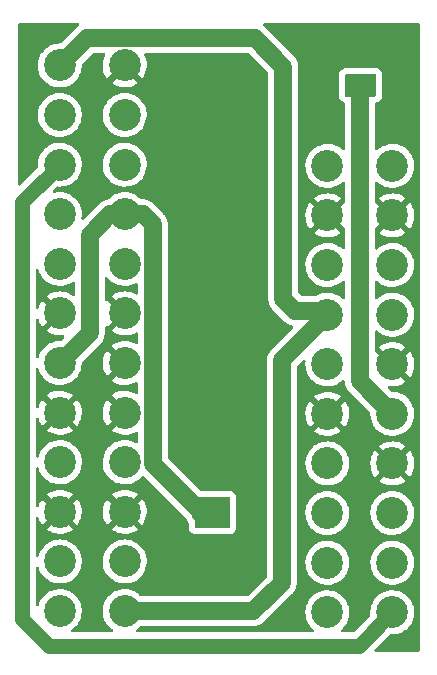
<source format=gbr>
%TF.GenerationSoftware,KiCad,Pcbnew,(6.0.7)*%
%TF.CreationDate,2023-01-08T00:03:09+11:00*%
%TF.ProjectId,Xbox_ATX,58626f78-5f41-4545-982e-6b696361645f,rev?*%
%TF.SameCoordinates,Original*%
%TF.FileFunction,Copper,L2,Bot*%
%TF.FilePolarity,Positive*%
%FSLAX46Y46*%
G04 Gerber Fmt 4.6, Leading zero omitted, Abs format (unit mm)*
G04 Created by KiCad (PCBNEW (6.0.7)) date 2023-01-08 00:03:09*
%MOMM*%
%LPD*%
G01*
G04 APERTURE LIST*
%TA.AperFunction,ComponentPad*%
%ADD10C,2.700000*%
%TD*%
%TA.AperFunction,ViaPad*%
%ADD11C,0.800000*%
%TD*%
%TA.AperFunction,Conductor*%
%ADD12C,1.500000*%
%TD*%
%TA.AperFunction,Conductor*%
%ADD13C,1.250000*%
%TD*%
G04 APERTURE END LIST*
D10*
%TO.P,J1,1,+3.3V*%
%TO.N,3.3v*%
X149352000Y-122936000D03*
%TO.P,J1,2,+3.3V*%
X149352000Y-118736000D03*
%TO.P,J1,3,GND*%
%TO.N,GND*%
X149352000Y-114536000D03*
%TO.P,J1,4,+5V*%
%TO.N,5V*%
X149352000Y-110336000D03*
%TO.P,J1,5,GND*%
%TO.N,GND*%
X149352000Y-106136000D03*
%TO.P,J1,6,+5V*%
%TO.N,5V*%
X149352000Y-101936000D03*
%TO.P,J1,7,GND*%
%TO.N,GND*%
X149352000Y-97736000D03*
%TO.P,J1,8,PWR_OK*%
%TO.N,PWR_OK*%
X149352000Y-93536000D03*
%TO.P,J1,9,+5VSB*%
%TO.N,5VSB*%
X149352000Y-89336000D03*
%TO.P,J1,10,+12V*%
%TO.N,12V*%
X149352000Y-85136000D03*
%TO.P,J1,11,+12V*%
X149352000Y-80936000D03*
%TO.P,J1,12,+3.3V*%
%TO.N,3.3v*%
X149352000Y-76736000D03*
%TO.P,J1,13,+3.3V*%
X154852000Y-122936000D03*
%TO.P,J1,14,-12V*%
%TO.N,x*%
X154852000Y-118736000D03*
%TO.P,J1,15,GND*%
%TO.N,GND*%
X154852000Y-114536000D03*
%TO.P,J1,16,PS_ON#*%
%TO.N,PS_ON*%
X154852000Y-110336000D03*
%TO.P,J1,17,GND*%
%TO.N,GND*%
X154852000Y-106136000D03*
%TO.P,J1,18,GND*%
X154852000Y-101936000D03*
%TO.P,J1,19,GND*%
X154852000Y-97736000D03*
%TO.P,J1,20,NC*%
%TO.N,x*%
X154852000Y-93536000D03*
%TO.P,J1,21,+5V*%
%TO.N,5V*%
X154852000Y-89336000D03*
%TO.P,J1,22,+5V*%
X154852000Y-85136000D03*
%TO.P,J1,23,+5V*%
X154852000Y-80936000D03*
%TO.P,J1,24,GND*%
%TO.N,GND*%
X154852000Y-76736000D03*
%TD*%
%TO.P,J2,1,Pin_1*%
%TO.N,5V*%
X172010000Y-123040000D03*
%TO.P,J2,2,Pin_2*%
X172010000Y-118840000D03*
%TO.P,J2,3,Pin_3*%
X172010000Y-114640000D03*
%TO.P,J2,4,Pin_4*%
%TO.N,x*%
X172010000Y-110440000D03*
%TO.P,J2,5,Pin_5*%
%TO.N,GND*%
X172010000Y-106240000D03*
%TO.P,J2,6,Pin_6*%
%TO.N,x*%
X172010000Y-102040000D03*
%TO.P,J2,7,Pin_7*%
%TO.N,3.3v*%
X172010000Y-97840000D03*
%TO.P,J2,8,Pin_8*%
%TO.N,x*%
X172010000Y-93640000D03*
%TO.P,J2,9,Pin_9*%
%TO.N,GND*%
X172010000Y-89440000D03*
%TO.P,J2,10,Pin_10*%
%TO.N,Power_ON*%
X172010000Y-85240000D03*
%TO.P,J2,11,Pin_11*%
%TO.N,12V*%
X177510000Y-123040000D03*
%TO.P,J2,12,Pin_12*%
%TO.N,x*%
X177510000Y-118840000D03*
%TO.P,J2,13,Pin_13*%
%TO.N,5V*%
X177510000Y-114640000D03*
%TO.P,J2,14,Pin_14*%
%TO.N,GND*%
X177510000Y-110440000D03*
%TO.P,J2,15,Pin_15*%
%TO.N,3v3SB*%
X177510000Y-106240000D03*
%TO.P,J2,16,Pin_16*%
%TO.N,GND*%
X177510000Y-102040000D03*
%TO.P,J2,17,Pin_17*%
%TO.N,x*%
X177510000Y-97840000D03*
%TO.P,J2,18,Pin_18*%
%TO.N,3.3v*%
X177510000Y-93640000D03*
%TO.P,J2,19,Pin_19*%
%TO.N,GND*%
X177510000Y-89440000D03*
%TO.P,J2,20,Pin_20*%
%TO.N,Power_OK*%
X177510000Y-85240000D03*
%TD*%
D11*
%TO.N,5V*%
X162255200Y-115468400D03*
X163271200Y-115468400D03*
X161290000Y-113741200D03*
X163271200Y-113741200D03*
X163271200Y-114604800D03*
X161239200Y-114604800D03*
X162255200Y-114604800D03*
X162255200Y-113741200D03*
X161239200Y-115468400D03*
%TO.N,3v3SB*%
X173939200Y-78892400D03*
X175666400Y-77978000D03*
X174802800Y-77978000D03*
X175666400Y-78892400D03*
X173939200Y-77978000D03*
X174802800Y-78892400D03*
%TD*%
D12*
%TO.N,5V*%
X156362000Y-89336000D02*
X154852000Y-89336000D01*
X157226000Y-90200000D02*
X156362000Y-89336000D01*
X157226000Y-110490000D02*
X157226000Y-90200000D01*
X161239200Y-114503200D02*
X157226000Y-110490000D01*
X161239200Y-114604800D02*
X161239200Y-114503200D01*
X151892000Y-99396000D02*
X149352000Y-101936000D01*
X154852000Y-89336000D02*
X153615000Y-89336000D01*
X151892000Y-91059000D02*
X151892000Y-99396000D01*
X153615000Y-89336000D02*
X151892000Y-91059000D01*
%TO.N,3v3SB*%
X174802800Y-78892400D02*
X174752000Y-78943200D01*
X174752000Y-103482000D02*
X177510000Y-106240000D01*
X174752000Y-78943200D02*
X174752000Y-103482000D01*
%TO.N,3.3v*%
X168275000Y-96520000D02*
X168275000Y-76835000D01*
X151651511Y-74436489D02*
X149352000Y-76736000D01*
X168275000Y-76835000D02*
X165876489Y-74436489D01*
X168148000Y-120523000D02*
X165735000Y-122936000D01*
X168148000Y-101702000D02*
X168148000Y-120523000D01*
X172010000Y-97840000D02*
X168148000Y-101702000D01*
X171706000Y-97536000D02*
X169291000Y-97536000D01*
X165735000Y-122936000D02*
X154852000Y-122936000D01*
X169291000Y-97536000D02*
X168275000Y-96520000D01*
X172010000Y-97840000D02*
X171706000Y-97536000D01*
X165876489Y-74436489D02*
X151651511Y-74436489D01*
D13*
%TO.N,12V*%
X149352000Y-85136000D02*
X146177000Y-88311000D01*
X146177000Y-88311000D02*
X146177000Y-123571000D01*
X148463000Y-125857000D02*
X174693000Y-125857000D01*
X174693000Y-125857000D02*
X177510000Y-123040000D01*
X146177000Y-123571000D02*
X148463000Y-125857000D01*
%TD*%
%TA.AperFunction,Conductor*%
%TO.N,5V*%
G36*
X163721321Y-113304002D02*
G01*
X163767814Y-113357658D01*
X163779200Y-113410000D01*
X163779200Y-115799600D01*
X163759198Y-115867721D01*
X163705542Y-115914214D01*
X163653200Y-115925600D01*
X160908000Y-115925600D01*
X160839879Y-115905598D01*
X160793386Y-115851942D01*
X160782000Y-115799600D01*
X160782000Y-113410000D01*
X160802002Y-113341879D01*
X160855658Y-113295386D01*
X160908000Y-113284000D01*
X163653200Y-113284000D01*
X163721321Y-113304002D01*
G37*
%TD.AperFunction*%
%TD*%
%TA.AperFunction,Conductor*%
%TO.N,GND*%
G36*
X179773621Y-73172502D02*
G01*
X179820114Y-73226158D01*
X179831500Y-73278500D01*
X179831500Y-126238500D01*
X179811498Y-126306621D01*
X179757842Y-126353114D01*
X179705500Y-126364500D01*
X176092701Y-126364500D01*
X176024580Y-126344498D01*
X175978087Y-126290842D01*
X175967983Y-126220568D01*
X175997477Y-126155988D01*
X176003606Y-126149405D01*
X177226651Y-124926360D01*
X177288963Y-124892334D01*
X177330554Y-124890328D01*
X177422229Y-124901179D01*
X177685347Y-124894978D01*
X177713284Y-124890328D01*
X177940576Y-124852496D01*
X177940580Y-124852495D01*
X177944966Y-124851765D01*
X177949207Y-124850424D01*
X177949210Y-124850423D01*
X178191661Y-124773746D01*
X178191663Y-124773745D01*
X178195907Y-124772403D01*
X178199918Y-124770477D01*
X178199923Y-124770475D01*
X178429143Y-124660405D01*
X178429144Y-124660404D01*
X178433162Y-124658475D01*
X178607741Y-124541825D01*
X178648289Y-124514732D01*
X178648293Y-124514729D01*
X178651997Y-124512254D01*
X178655314Y-124509283D01*
X178655318Y-124509280D01*
X178844729Y-124339629D01*
X178844730Y-124339628D01*
X178848047Y-124336657D01*
X179017398Y-124135189D01*
X179028168Y-124117921D01*
X179154320Y-123915643D01*
X179156674Y-123911869D01*
X179163779Y-123895799D01*
X179261295Y-123675219D01*
X179263093Y-123671152D01*
X179334534Y-123417843D01*
X179349095Y-123309435D01*
X179369143Y-123160176D01*
X179369144Y-123160168D01*
X179369570Y-123156994D01*
X179370090Y-123140462D01*
X179373146Y-123043222D01*
X179373146Y-123043217D01*
X179373247Y-123040000D01*
X179354659Y-122777466D01*
X179343167Y-122724085D01*
X179300201Y-122524523D01*
X179299264Y-122520171D01*
X179294299Y-122506711D01*
X179209710Y-122277424D01*
X179208169Y-122273247D01*
X179177517Y-122216438D01*
X179085304Y-122045538D01*
X179083191Y-122041622D01*
X178926824Y-121829918D01*
X178742187Y-121642358D01*
X178738647Y-121639657D01*
X178738641Y-121639651D01*
X178536506Y-121485386D01*
X178536502Y-121485383D01*
X178532965Y-121482684D01*
X178303332Y-121354084D01*
X178057870Y-121259122D01*
X178053545Y-121258119D01*
X178053540Y-121258118D01*
X177908578Y-121224518D01*
X177801476Y-121199693D01*
X177539267Y-121176983D01*
X177534832Y-121177227D01*
X177534828Y-121177227D01*
X177280916Y-121191200D01*
X177280909Y-121191201D01*
X177276473Y-121191445D01*
X177148369Y-121216927D01*
X177022711Y-121241921D01*
X177022706Y-121241922D01*
X177018339Y-121242791D01*
X177014136Y-121244267D01*
X176774223Y-121328518D01*
X176774220Y-121328519D01*
X176770015Y-121329996D01*
X176766062Y-121332049D01*
X176766056Y-121332052D01*
X176657331Y-121388531D01*
X176536456Y-121451321D01*
X176532841Y-121453904D01*
X176532835Y-121453908D01*
X176471482Y-121497752D01*
X176322322Y-121604344D01*
X176319095Y-121607422D01*
X176319093Y-121607424D01*
X176191114Y-121729510D01*
X176131885Y-121786011D01*
X175968945Y-121992700D01*
X175940529Y-122041622D01*
X175838987Y-122216438D01*
X175838984Y-122216444D01*
X175836753Y-122220285D01*
X175835083Y-122224408D01*
X175757867Y-122415046D01*
X175737947Y-122464225D01*
X175736876Y-122468538D01*
X175736874Y-122468543D01*
X175719398Y-122538898D01*
X175674498Y-122719654D01*
X175647672Y-122981474D01*
X175647847Y-122985926D01*
X175657524Y-123232231D01*
X175640212Y-123301085D01*
X175620716Y-123326273D01*
X174260394Y-124686595D01*
X174198082Y-124720621D01*
X174171299Y-124723500D01*
X173245676Y-124723500D01*
X173177555Y-124703498D01*
X173131062Y-124649842D01*
X173120958Y-124579568D01*
X173150452Y-124514988D01*
X173161611Y-124503643D01*
X173344729Y-124339629D01*
X173344730Y-124339628D01*
X173348047Y-124336657D01*
X173517398Y-124135189D01*
X173528168Y-124117921D01*
X173654320Y-123915643D01*
X173656674Y-123911869D01*
X173663779Y-123895799D01*
X173761295Y-123675219D01*
X173763093Y-123671152D01*
X173834534Y-123417843D01*
X173849095Y-123309435D01*
X173869143Y-123160176D01*
X173869144Y-123160168D01*
X173869570Y-123156994D01*
X173870090Y-123140462D01*
X173873146Y-123043222D01*
X173873146Y-123043217D01*
X173873247Y-123040000D01*
X173854659Y-122777466D01*
X173843167Y-122724085D01*
X173800201Y-122524523D01*
X173799264Y-122520171D01*
X173794299Y-122506711D01*
X173709710Y-122277424D01*
X173708169Y-122273247D01*
X173677517Y-122216438D01*
X173585304Y-122045538D01*
X173583191Y-122041622D01*
X173426824Y-121829918D01*
X173242187Y-121642358D01*
X173238647Y-121639657D01*
X173238641Y-121639651D01*
X173036506Y-121485386D01*
X173036502Y-121485383D01*
X173032965Y-121482684D01*
X172803332Y-121354084D01*
X172557870Y-121259122D01*
X172553545Y-121258119D01*
X172553540Y-121258118D01*
X172408578Y-121224518D01*
X172301476Y-121199693D01*
X172039267Y-121176983D01*
X172034832Y-121177227D01*
X172034828Y-121177227D01*
X171780916Y-121191200D01*
X171780909Y-121191201D01*
X171776473Y-121191445D01*
X171648369Y-121216927D01*
X171522711Y-121241921D01*
X171522706Y-121241922D01*
X171518339Y-121242791D01*
X171514136Y-121244267D01*
X171274223Y-121328518D01*
X171274220Y-121328519D01*
X171270015Y-121329996D01*
X171266062Y-121332049D01*
X171266056Y-121332052D01*
X171157331Y-121388531D01*
X171036456Y-121451321D01*
X171032841Y-121453904D01*
X171032835Y-121453908D01*
X170971482Y-121497752D01*
X170822322Y-121604344D01*
X170819095Y-121607422D01*
X170819093Y-121607424D01*
X170691114Y-121729510D01*
X170631885Y-121786011D01*
X170468945Y-121992700D01*
X170440529Y-122041622D01*
X170338987Y-122216438D01*
X170338984Y-122216444D01*
X170336753Y-122220285D01*
X170335083Y-122224408D01*
X170257867Y-122415046D01*
X170237947Y-122464225D01*
X170236876Y-122468538D01*
X170236874Y-122468543D01*
X170219398Y-122538898D01*
X170174498Y-122719654D01*
X170147672Y-122981474D01*
X170158005Y-123244462D01*
X170205290Y-123503371D01*
X170288584Y-123753034D01*
X170347652Y-123871247D01*
X170376412Y-123928804D01*
X170406225Y-123988470D01*
X170408754Y-123992129D01*
X170551371Y-124198479D01*
X170555865Y-124204982D01*
X170734520Y-124398249D01*
X170859243Y-124499790D01*
X170899440Y-124558307D01*
X170901620Y-124629270D01*
X170865088Y-124690147D01*
X170801443Y-124721608D01*
X170779691Y-124723500D01*
X155937564Y-124723500D01*
X155869443Y-124703498D01*
X155822950Y-124649842D01*
X155812846Y-124579568D01*
X155842340Y-124514988D01*
X155867562Y-124492735D01*
X155990289Y-124410732D01*
X155990293Y-124410729D01*
X155993997Y-124408254D01*
X155997314Y-124405283D01*
X155997318Y-124405280D01*
X156186730Y-124235628D01*
X156190047Y-124232657D01*
X156190331Y-124232319D01*
X156251226Y-124197815D01*
X156279940Y-124194500D01*
X165643604Y-124194500D01*
X165660051Y-124195578D01*
X165676516Y-124197746D01*
X165676520Y-124197746D01*
X165682086Y-124198479D01*
X165763489Y-124194640D01*
X165769424Y-124194500D01*
X165791999Y-124194500D01*
X165817989Y-124192181D01*
X165823248Y-124191822D01*
X165906488Y-124187896D01*
X165911947Y-124186646D01*
X165911952Y-124186645D01*
X165923970Y-124183892D01*
X165940899Y-124181211D01*
X165958762Y-124179617D01*
X165964178Y-124178135D01*
X165964180Y-124178135D01*
X166039133Y-124157630D01*
X166044251Y-124156344D01*
X166120000Y-124138995D01*
X166120002Y-124138994D01*
X166125470Y-124137742D01*
X166135970Y-124133263D01*
X166141967Y-124130706D01*
X166158142Y-124125073D01*
X166170039Y-124121818D01*
X166170043Y-124121817D01*
X166175451Y-124120337D01*
X166250667Y-124084461D01*
X166255476Y-124082290D01*
X166326949Y-124051804D01*
X166326950Y-124051804D01*
X166332109Y-124049603D01*
X166347110Y-124039749D01*
X166362025Y-124031346D01*
X166378218Y-124023622D01*
X166382769Y-124020352D01*
X166382772Y-124020350D01*
X166445881Y-123975001D01*
X166450232Y-123972011D01*
X166516010Y-123928804D01*
X166516018Y-123928798D01*
X166519874Y-123926265D01*
X166540662Y-123907743D01*
X166550939Y-123899510D01*
X166560654Y-123892529D01*
X166635062Y-123815746D01*
X166636451Y-123814336D01*
X168973263Y-121477525D01*
X168985654Y-121466657D01*
X168998848Y-121456533D01*
X169003292Y-121453123D01*
X169058158Y-121392826D01*
X169062257Y-121388531D01*
X169078198Y-121372590D01*
X169094942Y-121352564D01*
X169098401Y-121348599D01*
X169150708Y-121291115D01*
X169150709Y-121291114D01*
X169154485Y-121286964D01*
X169164016Y-121271770D01*
X169174085Y-121257910D01*
X169185593Y-121244147D01*
X169226869Y-121171782D01*
X169229579Y-121167253D01*
X169270885Y-121101405D01*
X169273864Y-121096656D01*
X169276051Y-121091215D01*
X169280553Y-121080017D01*
X169288012Y-121064587D01*
X169294119Y-121053881D01*
X169294123Y-121053872D01*
X169296898Y-121049007D01*
X169324712Y-120970462D01*
X169326573Y-120965537D01*
X169355561Y-120893428D01*
X169357656Y-120888217D01*
X169361296Y-120870639D01*
X169365902Y-120854146D01*
X169371888Y-120837241D01*
X169385352Y-120755021D01*
X169386314Y-120749833D01*
X169397653Y-120695083D01*
X169403213Y-120668233D01*
X169404816Y-120640437D01*
X169406263Y-120627331D01*
X169407286Y-120621086D01*
X169407287Y-120621079D01*
X169408193Y-120615543D01*
X169407966Y-120601054D01*
X169406516Y-120508770D01*
X169406500Y-120506791D01*
X169406500Y-118781474D01*
X170147672Y-118781474D01*
X170158005Y-119044462D01*
X170205290Y-119303371D01*
X170288584Y-119553034D01*
X170290577Y-119557022D01*
X170367950Y-119711869D01*
X170406225Y-119788470D01*
X170555865Y-120004982D01*
X170734520Y-120198249D01*
X170938623Y-120364415D01*
X170942431Y-120366708D01*
X170942433Y-120366709D01*
X171160288Y-120497868D01*
X171160292Y-120497870D01*
X171164104Y-120500165D01*
X171276515Y-120547765D01*
X171402359Y-120601054D01*
X171402364Y-120601056D01*
X171406462Y-120602791D01*
X171410760Y-120603930D01*
X171410764Y-120603932D01*
X171499015Y-120627331D01*
X171660862Y-120670244D01*
X171922229Y-120701179D01*
X172185347Y-120694978D01*
X172189745Y-120694246D01*
X172440576Y-120652496D01*
X172440580Y-120652495D01*
X172444966Y-120651765D01*
X172449207Y-120650424D01*
X172449210Y-120650423D01*
X172691661Y-120573746D01*
X172691663Y-120573745D01*
X172695907Y-120572403D01*
X172699918Y-120570477D01*
X172699923Y-120570475D01*
X172929143Y-120460405D01*
X172929144Y-120460404D01*
X172933162Y-120458475D01*
X173043187Y-120384958D01*
X173148289Y-120314732D01*
X173148293Y-120314729D01*
X173151997Y-120312254D01*
X173155314Y-120309283D01*
X173155318Y-120309280D01*
X173344729Y-120139629D01*
X173344730Y-120139628D01*
X173348047Y-120136657D01*
X173517398Y-119935189D01*
X173536689Y-119904258D01*
X173654320Y-119715643D01*
X173656674Y-119711869D01*
X173667170Y-119688129D01*
X173761295Y-119475219D01*
X173763093Y-119471152D01*
X173834534Y-119217843D01*
X173849095Y-119109435D01*
X173869143Y-118960176D01*
X173869144Y-118960168D01*
X173869570Y-118956994D01*
X173870090Y-118940462D01*
X173873146Y-118843222D01*
X173873146Y-118843217D01*
X173873247Y-118840000D01*
X173869103Y-118781474D01*
X175647672Y-118781474D01*
X175658005Y-119044462D01*
X175705290Y-119303371D01*
X175788584Y-119553034D01*
X175790577Y-119557022D01*
X175867950Y-119711869D01*
X175906225Y-119788470D01*
X176055865Y-120004982D01*
X176234520Y-120198249D01*
X176438623Y-120364415D01*
X176442431Y-120366708D01*
X176442433Y-120366709D01*
X176660288Y-120497868D01*
X176660292Y-120497870D01*
X176664104Y-120500165D01*
X176776515Y-120547765D01*
X176902359Y-120601054D01*
X176902364Y-120601056D01*
X176906462Y-120602791D01*
X176910760Y-120603930D01*
X176910764Y-120603932D01*
X176999015Y-120627331D01*
X177160862Y-120670244D01*
X177422229Y-120701179D01*
X177685347Y-120694978D01*
X177689745Y-120694246D01*
X177940576Y-120652496D01*
X177940580Y-120652495D01*
X177944966Y-120651765D01*
X177949207Y-120650424D01*
X177949210Y-120650423D01*
X178191661Y-120573746D01*
X178191663Y-120573745D01*
X178195907Y-120572403D01*
X178199918Y-120570477D01*
X178199923Y-120570475D01*
X178429143Y-120460405D01*
X178429144Y-120460404D01*
X178433162Y-120458475D01*
X178543187Y-120384958D01*
X178648289Y-120314732D01*
X178648293Y-120314729D01*
X178651997Y-120312254D01*
X178655314Y-120309283D01*
X178655318Y-120309280D01*
X178844729Y-120139629D01*
X178844730Y-120139628D01*
X178848047Y-120136657D01*
X179017398Y-119935189D01*
X179036689Y-119904258D01*
X179154320Y-119715643D01*
X179156674Y-119711869D01*
X179167170Y-119688129D01*
X179261295Y-119475219D01*
X179263093Y-119471152D01*
X179334534Y-119217843D01*
X179349095Y-119109435D01*
X179369143Y-118960176D01*
X179369144Y-118960168D01*
X179369570Y-118956994D01*
X179370090Y-118940462D01*
X179373146Y-118843222D01*
X179373146Y-118843217D01*
X179373247Y-118840000D01*
X179354659Y-118577466D01*
X179343167Y-118524085D01*
X179300201Y-118324523D01*
X179299264Y-118320171D01*
X179294299Y-118306711D01*
X179209710Y-118077424D01*
X179208169Y-118073247D01*
X179177517Y-118016438D01*
X179085304Y-117845538D01*
X179083191Y-117841622D01*
X178926824Y-117629918D01*
X178742187Y-117442358D01*
X178738647Y-117439657D01*
X178738641Y-117439651D01*
X178536506Y-117285386D01*
X178536502Y-117285383D01*
X178532965Y-117282684D01*
X178303332Y-117154084D01*
X178057870Y-117059122D01*
X178053545Y-117058119D01*
X178053540Y-117058118D01*
X177908578Y-117024518D01*
X177801476Y-116999693D01*
X177539267Y-116976983D01*
X177534832Y-116977227D01*
X177534828Y-116977227D01*
X177280916Y-116991200D01*
X177280909Y-116991201D01*
X177276473Y-116991445D01*
X177148369Y-117016927D01*
X177022711Y-117041921D01*
X177022706Y-117041922D01*
X177018339Y-117042791D01*
X177014136Y-117044267D01*
X176774223Y-117128518D01*
X176774220Y-117128519D01*
X176770015Y-117129996D01*
X176766062Y-117132049D01*
X176766056Y-117132052D01*
X176634615Y-117200331D01*
X176536456Y-117251321D01*
X176532841Y-117253904D01*
X176532835Y-117253908D01*
X176471482Y-117297752D01*
X176322322Y-117404344D01*
X176319095Y-117407422D01*
X176319093Y-117407424D01*
X176191114Y-117529510D01*
X176131885Y-117586011D01*
X175968945Y-117792700D01*
X175940529Y-117841622D01*
X175838987Y-118016438D01*
X175838984Y-118016444D01*
X175836753Y-118020285D01*
X175835083Y-118024408D01*
X175757867Y-118215046D01*
X175737947Y-118264225D01*
X175736876Y-118268538D01*
X175736874Y-118268543D01*
X175719398Y-118338898D01*
X175674498Y-118519654D01*
X175647672Y-118781474D01*
X173869103Y-118781474D01*
X173854659Y-118577466D01*
X173843167Y-118524085D01*
X173800201Y-118324523D01*
X173799264Y-118320171D01*
X173794299Y-118306711D01*
X173709710Y-118077424D01*
X173708169Y-118073247D01*
X173677517Y-118016438D01*
X173585304Y-117845538D01*
X173583191Y-117841622D01*
X173426824Y-117629918D01*
X173242187Y-117442358D01*
X173238647Y-117439657D01*
X173238641Y-117439651D01*
X173036506Y-117285386D01*
X173036502Y-117285383D01*
X173032965Y-117282684D01*
X172803332Y-117154084D01*
X172557870Y-117059122D01*
X172553545Y-117058119D01*
X172553540Y-117058118D01*
X172408578Y-117024518D01*
X172301476Y-116999693D01*
X172039267Y-116976983D01*
X172034832Y-116977227D01*
X172034828Y-116977227D01*
X171780916Y-116991200D01*
X171780909Y-116991201D01*
X171776473Y-116991445D01*
X171648369Y-117016927D01*
X171522711Y-117041921D01*
X171522706Y-117041922D01*
X171518339Y-117042791D01*
X171514136Y-117044267D01*
X171274223Y-117128518D01*
X171274220Y-117128519D01*
X171270015Y-117129996D01*
X171266062Y-117132049D01*
X171266056Y-117132052D01*
X171134615Y-117200331D01*
X171036456Y-117251321D01*
X171032841Y-117253904D01*
X171032835Y-117253908D01*
X170971482Y-117297752D01*
X170822322Y-117404344D01*
X170819095Y-117407422D01*
X170819093Y-117407424D01*
X170691114Y-117529510D01*
X170631885Y-117586011D01*
X170468945Y-117792700D01*
X170440529Y-117841622D01*
X170338987Y-118016438D01*
X170338984Y-118016444D01*
X170336753Y-118020285D01*
X170335083Y-118024408D01*
X170257867Y-118215046D01*
X170237947Y-118264225D01*
X170236876Y-118268538D01*
X170236874Y-118268543D01*
X170219398Y-118338898D01*
X170174498Y-118519654D01*
X170147672Y-118781474D01*
X169406500Y-118781474D01*
X169406500Y-114581474D01*
X170147672Y-114581474D01*
X170147847Y-114585926D01*
X170154089Y-114744784D01*
X170158005Y-114844462D01*
X170205290Y-115103371D01*
X170288584Y-115353034D01*
X170337689Y-115451309D01*
X170367950Y-115511869D01*
X170406225Y-115588470D01*
X170555865Y-115804982D01*
X170734520Y-115998249D01*
X170938623Y-116164415D01*
X170942431Y-116166708D01*
X170942433Y-116166709D01*
X171160288Y-116297868D01*
X171160292Y-116297870D01*
X171164104Y-116300165D01*
X171272195Y-116345936D01*
X171402359Y-116401054D01*
X171402364Y-116401056D01*
X171406462Y-116402791D01*
X171410760Y-116403930D01*
X171410764Y-116403932D01*
X171496439Y-116426648D01*
X171660862Y-116470244D01*
X171922229Y-116501179D01*
X172185347Y-116494978D01*
X172189745Y-116494246D01*
X172440576Y-116452496D01*
X172440580Y-116452495D01*
X172444966Y-116451765D01*
X172449207Y-116450424D01*
X172449210Y-116450423D01*
X172691661Y-116373746D01*
X172691663Y-116373745D01*
X172695907Y-116372403D01*
X172699918Y-116370477D01*
X172699923Y-116370475D01*
X172929143Y-116260405D01*
X172929144Y-116260404D01*
X172933162Y-116258475D01*
X173043978Y-116184430D01*
X173148289Y-116114732D01*
X173148293Y-116114729D01*
X173151997Y-116112254D01*
X173155314Y-116109283D01*
X173155318Y-116109280D01*
X173344729Y-115939629D01*
X173344730Y-115939628D01*
X173348047Y-115936657D01*
X173517398Y-115735189D01*
X173574085Y-115644296D01*
X173654320Y-115515643D01*
X173656674Y-115511869D01*
X173670660Y-115480235D01*
X173761295Y-115275219D01*
X173763093Y-115271152D01*
X173834534Y-115017843D01*
X173847940Y-114918034D01*
X173869143Y-114760176D01*
X173869144Y-114760168D01*
X173869570Y-114756994D01*
X173873247Y-114640000D01*
X173869104Y-114581474D01*
X175647672Y-114581474D01*
X175647847Y-114585926D01*
X175654089Y-114744784D01*
X175658005Y-114844462D01*
X175705290Y-115103371D01*
X175788584Y-115353034D01*
X175837689Y-115451309D01*
X175867950Y-115511869D01*
X175906225Y-115588470D01*
X176055865Y-115804982D01*
X176234520Y-115998249D01*
X176438623Y-116164415D01*
X176442431Y-116166708D01*
X176442433Y-116166709D01*
X176660288Y-116297868D01*
X176660292Y-116297870D01*
X176664104Y-116300165D01*
X176772195Y-116345936D01*
X176902359Y-116401054D01*
X176902364Y-116401056D01*
X176906462Y-116402791D01*
X176910760Y-116403930D01*
X176910764Y-116403932D01*
X176996439Y-116426648D01*
X177160862Y-116470244D01*
X177422229Y-116501179D01*
X177685347Y-116494978D01*
X177689745Y-116494246D01*
X177940576Y-116452496D01*
X177940580Y-116452495D01*
X177944966Y-116451765D01*
X177949207Y-116450424D01*
X177949210Y-116450423D01*
X178191661Y-116373746D01*
X178191663Y-116373745D01*
X178195907Y-116372403D01*
X178199918Y-116370477D01*
X178199923Y-116370475D01*
X178429143Y-116260405D01*
X178429144Y-116260404D01*
X178433162Y-116258475D01*
X178543978Y-116184430D01*
X178648289Y-116114732D01*
X178648293Y-116114729D01*
X178651997Y-116112254D01*
X178655314Y-116109283D01*
X178655318Y-116109280D01*
X178844729Y-115939629D01*
X178844730Y-115939628D01*
X178848047Y-115936657D01*
X179017398Y-115735189D01*
X179074085Y-115644296D01*
X179154320Y-115515643D01*
X179156674Y-115511869D01*
X179170660Y-115480235D01*
X179261295Y-115275219D01*
X179263093Y-115271152D01*
X179334534Y-115017843D01*
X179347940Y-114918034D01*
X179369143Y-114760176D01*
X179369144Y-114760168D01*
X179369570Y-114756994D01*
X179373247Y-114640000D01*
X179366094Y-114538965D01*
X179354974Y-114381915D01*
X179354659Y-114377466D01*
X179343167Y-114324085D01*
X179300201Y-114124523D01*
X179299264Y-114120171D01*
X179295064Y-114108784D01*
X179209710Y-113877424D01*
X179208169Y-113873247D01*
X179083191Y-113641622D01*
X178926824Y-113429918D01*
X178923591Y-113426633D01*
X178745318Y-113245539D01*
X178742187Y-113242358D01*
X178738647Y-113239657D01*
X178738641Y-113239651D01*
X178536506Y-113085386D01*
X178536502Y-113085383D01*
X178532965Y-113082684D01*
X178303332Y-112954084D01*
X178057870Y-112859122D01*
X178053545Y-112858119D01*
X178053540Y-112858118D01*
X177910563Y-112824978D01*
X177801476Y-112799693D01*
X177539267Y-112776983D01*
X177534832Y-112777227D01*
X177534828Y-112777227D01*
X177280916Y-112791200D01*
X177280909Y-112791201D01*
X177276473Y-112791445D01*
X177183020Y-112810034D01*
X177022711Y-112841921D01*
X177022706Y-112841922D01*
X177018339Y-112842791D01*
X177014136Y-112844267D01*
X176774223Y-112928518D01*
X176774220Y-112928519D01*
X176770015Y-112929996D01*
X176766062Y-112932049D01*
X176766056Y-112932052D01*
X176679673Y-112976925D01*
X176536456Y-113051321D01*
X176532841Y-113053904D01*
X176532835Y-113053908D01*
X176429585Y-113127692D01*
X176322322Y-113204344D01*
X176319095Y-113207422D01*
X176319093Y-113207424D01*
X176217630Y-113304215D01*
X176131885Y-113386011D01*
X175968945Y-113592700D01*
X175940529Y-113641622D01*
X175838987Y-113816438D01*
X175838984Y-113816444D01*
X175836753Y-113820285D01*
X175737947Y-114064225D01*
X175674498Y-114319654D01*
X175647672Y-114581474D01*
X173869104Y-114581474D01*
X173866094Y-114538965D01*
X173854974Y-114381915D01*
X173854659Y-114377466D01*
X173843167Y-114324085D01*
X173800201Y-114124523D01*
X173799264Y-114120171D01*
X173795064Y-114108784D01*
X173709710Y-113877424D01*
X173708169Y-113873247D01*
X173583191Y-113641622D01*
X173426824Y-113429918D01*
X173423591Y-113426633D01*
X173245318Y-113245539D01*
X173242187Y-113242358D01*
X173238647Y-113239657D01*
X173238641Y-113239651D01*
X173036506Y-113085386D01*
X173036502Y-113085383D01*
X173032965Y-113082684D01*
X172803332Y-112954084D01*
X172557870Y-112859122D01*
X172553545Y-112858119D01*
X172553540Y-112858118D01*
X172410563Y-112824978D01*
X172301476Y-112799693D01*
X172039267Y-112776983D01*
X172034832Y-112777227D01*
X172034828Y-112777227D01*
X171780916Y-112791200D01*
X171780909Y-112791201D01*
X171776473Y-112791445D01*
X171683020Y-112810034D01*
X171522711Y-112841921D01*
X171522706Y-112841922D01*
X171518339Y-112842791D01*
X171514136Y-112844267D01*
X171274223Y-112928518D01*
X171274220Y-112928519D01*
X171270015Y-112929996D01*
X171266062Y-112932049D01*
X171266056Y-112932052D01*
X171179673Y-112976925D01*
X171036456Y-113051321D01*
X171032841Y-113053904D01*
X171032835Y-113053908D01*
X170929585Y-113127692D01*
X170822322Y-113204344D01*
X170819095Y-113207422D01*
X170819093Y-113207424D01*
X170717630Y-113304215D01*
X170631885Y-113386011D01*
X170468945Y-113592700D01*
X170440529Y-113641622D01*
X170338987Y-113816438D01*
X170338984Y-113816444D01*
X170336753Y-113820285D01*
X170237947Y-114064225D01*
X170174498Y-114319654D01*
X170147672Y-114581474D01*
X169406500Y-114581474D01*
X169406500Y-110381474D01*
X170147672Y-110381474D01*
X170158005Y-110644462D01*
X170158805Y-110648842D01*
X170188017Y-110808790D01*
X170205290Y-110903371D01*
X170206699Y-110907594D01*
X170262572Y-111075065D01*
X170288584Y-111153034D01*
X170290577Y-111157022D01*
X170367950Y-111311869D01*
X170406225Y-111388470D01*
X170408754Y-111392129D01*
X170492376Y-111513120D01*
X170555865Y-111604982D01*
X170734520Y-111798249D01*
X170938623Y-111964415D01*
X170942431Y-111966708D01*
X170942433Y-111966709D01*
X171160288Y-112097868D01*
X171160292Y-112097870D01*
X171164104Y-112100165D01*
X171276515Y-112147765D01*
X171402359Y-112201054D01*
X171402364Y-112201056D01*
X171406462Y-112202791D01*
X171410760Y-112203930D01*
X171410764Y-112203932D01*
X171533662Y-112236517D01*
X171660862Y-112270244D01*
X171922229Y-112301179D01*
X172185347Y-112294978D01*
X172192743Y-112293747D01*
X172440576Y-112252496D01*
X172440580Y-112252495D01*
X172444966Y-112251765D01*
X172449207Y-112250424D01*
X172449210Y-112250423D01*
X172691661Y-112173746D01*
X172691663Y-112173745D01*
X172695907Y-112172403D01*
X172699918Y-112170477D01*
X172699923Y-112170475D01*
X172929143Y-112060405D01*
X172929144Y-112060404D01*
X172933162Y-112058475D01*
X173043187Y-111984958D01*
X173137018Y-111922263D01*
X176392904Y-111922263D01*
X176400294Y-111932566D01*
X176435455Y-111961192D01*
X176442731Y-111966305D01*
X176660514Y-112097421D01*
X176668428Y-112101454D01*
X176902523Y-112200581D01*
X176910928Y-112203458D01*
X177156650Y-112268610D01*
X177165382Y-112270276D01*
X177417835Y-112300155D01*
X177426703Y-112300573D01*
X177680843Y-112294584D01*
X177689698Y-112293747D01*
X177940459Y-112252009D01*
X177949093Y-112249936D01*
X178191477Y-112173280D01*
X178199739Y-112170009D01*
X178428895Y-112059970D01*
X178436619Y-112055564D01*
X178619218Y-111933556D01*
X178627506Y-111923638D01*
X178620249Y-111909459D01*
X177522812Y-110812022D01*
X177508868Y-110804408D01*
X177507035Y-110804539D01*
X177500420Y-110808790D01*
X176400070Y-111909140D01*
X176392904Y-111922263D01*
X173137018Y-111922263D01*
X173148289Y-111914732D01*
X173148293Y-111914729D01*
X173151997Y-111912254D01*
X173155314Y-111909283D01*
X173155318Y-111909280D01*
X173344729Y-111739629D01*
X173344730Y-111739628D01*
X173348047Y-111736657D01*
X173517398Y-111535189D01*
X173526161Y-111521139D01*
X173654320Y-111315643D01*
X173656674Y-111311869D01*
X173667170Y-111288129D01*
X173761295Y-111075219D01*
X173763093Y-111071152D01*
X173834534Y-110817843D01*
X173849095Y-110709435D01*
X173869143Y-110560176D01*
X173869144Y-110560168D01*
X173869570Y-110556994D01*
X173870090Y-110540462D01*
X173873146Y-110443222D01*
X173873146Y-110443217D01*
X173873247Y-110440000D01*
X173869420Y-110385942D01*
X175648348Y-110385942D01*
X175658328Y-110639960D01*
X175659302Y-110648784D01*
X175704978Y-110898875D01*
X175707182Y-110907462D01*
X175787636Y-111148613D01*
X175791040Y-111156831D01*
X175904667Y-111384235D01*
X175909185Y-111391874D01*
X176017294Y-111548296D01*
X176027612Y-111556647D01*
X176041267Y-111549523D01*
X177137978Y-110452812D01*
X177144356Y-110441132D01*
X177874408Y-110441132D01*
X177874539Y-110442965D01*
X177878790Y-110449580D01*
X178980027Y-111550817D01*
X178993428Y-111558135D01*
X179003329Y-111551149D01*
X179014127Y-111538305D01*
X179019353Y-111531110D01*
X179153867Y-111315425D01*
X179158038Y-111307547D01*
X179260817Y-111075065D01*
X179263833Y-111066688D01*
X179332832Y-110822034D01*
X179334636Y-110813326D01*
X179368643Y-110560145D01*
X179369171Y-110553752D01*
X179372645Y-110443222D01*
X179372518Y-110436779D01*
X179354478Y-110181986D01*
X179353225Y-110173183D01*
X179299720Y-109924662D01*
X179297241Y-109916129D01*
X179209254Y-109677630D01*
X179205599Y-109669535D01*
X179084881Y-109445807D01*
X179080122Y-109438309D01*
X179002004Y-109332545D01*
X178990876Y-109324103D01*
X178978283Y-109330927D01*
X177882022Y-110427188D01*
X177874408Y-110441132D01*
X177144356Y-110441132D01*
X177145592Y-110438868D01*
X177145461Y-110437035D01*
X177141210Y-110430420D01*
X176041423Y-109330633D01*
X176028582Y-109323621D01*
X176017893Y-109331416D01*
X175972115Y-109389485D01*
X175967122Y-109396833D01*
X175839440Y-109616655D01*
X175835532Y-109624629D01*
X175740097Y-109860247D01*
X175737348Y-109868709D01*
X175676067Y-110115413D01*
X175674538Y-110124174D01*
X175648627Y-110377059D01*
X175648348Y-110385942D01*
X173869420Y-110385942D01*
X173854659Y-110177466D01*
X173843186Y-110124174D01*
X173800201Y-109924523D01*
X173799264Y-109920171D01*
X173794299Y-109906711D01*
X173709710Y-109677424D01*
X173708169Y-109673247D01*
X173677517Y-109616438D01*
X173585304Y-109445538D01*
X173583191Y-109441622D01*
X173426824Y-109229918D01*
X173242187Y-109042358D01*
X173238647Y-109039657D01*
X173238641Y-109039651D01*
X173132351Y-108958533D01*
X176393889Y-108958533D01*
X176400869Y-108971659D01*
X177497188Y-110067978D01*
X177511132Y-110075592D01*
X177512965Y-110075461D01*
X177519580Y-110071210D01*
X178619129Y-108971661D01*
X178625983Y-108959109D01*
X178617776Y-108948039D01*
X178536230Y-108885805D01*
X178528801Y-108880925D01*
X178307005Y-108756713D01*
X178298971Y-108752932D01*
X178061865Y-108661203D01*
X178053392Y-108658596D01*
X177805736Y-108601193D01*
X177796960Y-108599803D01*
X177543691Y-108577868D01*
X177534820Y-108577728D01*
X177280976Y-108591698D01*
X177272174Y-108592810D01*
X177022832Y-108642408D01*
X177014279Y-108644748D01*
X176774421Y-108728978D01*
X176766255Y-108732512D01*
X176540669Y-108849696D01*
X176533097Y-108854335D01*
X176402292Y-108947810D01*
X176393889Y-108958533D01*
X173132351Y-108958533D01*
X173036506Y-108885386D01*
X173036502Y-108885383D01*
X173032965Y-108882684D01*
X172803332Y-108754084D01*
X172557870Y-108659122D01*
X172553545Y-108658119D01*
X172553540Y-108658118D01*
X172369797Y-108615529D01*
X172301476Y-108599693D01*
X172039267Y-108576983D01*
X172034832Y-108577227D01*
X172034828Y-108577227D01*
X171780916Y-108591200D01*
X171780909Y-108591201D01*
X171776473Y-108591445D01*
X171648369Y-108616927D01*
X171522711Y-108641921D01*
X171522706Y-108641922D01*
X171518339Y-108642791D01*
X171514136Y-108644267D01*
X171274223Y-108728518D01*
X171274220Y-108728519D01*
X171270015Y-108729996D01*
X171266062Y-108732049D01*
X171266056Y-108732052D01*
X171134615Y-108800331D01*
X171036456Y-108851321D01*
X171032841Y-108853904D01*
X171032835Y-108853908D01*
X170971482Y-108897752D01*
X170822322Y-109004344D01*
X170819095Y-109007422D01*
X170819093Y-109007424D01*
X170691114Y-109129510D01*
X170631885Y-109186011D01*
X170468945Y-109392700D01*
X170442453Y-109438309D01*
X170338987Y-109616438D01*
X170338984Y-109616444D01*
X170336753Y-109620285D01*
X170335083Y-109624408D01*
X170257867Y-109815046D01*
X170237947Y-109864225D01*
X170236876Y-109868538D01*
X170236874Y-109868543D01*
X170219398Y-109938898D01*
X170174498Y-110119654D01*
X170147672Y-110381474D01*
X169406500Y-110381474D01*
X169406500Y-107722263D01*
X170892904Y-107722263D01*
X170900294Y-107732566D01*
X170935455Y-107761192D01*
X170942731Y-107766305D01*
X171160514Y-107897421D01*
X171168428Y-107901454D01*
X171402523Y-108000581D01*
X171410928Y-108003458D01*
X171656650Y-108068610D01*
X171665382Y-108070276D01*
X171917835Y-108100155D01*
X171926703Y-108100573D01*
X172180843Y-108094584D01*
X172189698Y-108093747D01*
X172440459Y-108052009D01*
X172449093Y-108049936D01*
X172691477Y-107973280D01*
X172699739Y-107970009D01*
X172928895Y-107859970D01*
X172936619Y-107855564D01*
X173119218Y-107733556D01*
X173127506Y-107723638D01*
X173120249Y-107709459D01*
X172022812Y-106612022D01*
X172008868Y-106604408D01*
X172007035Y-106604539D01*
X172000420Y-106608790D01*
X170900070Y-107709140D01*
X170892904Y-107722263D01*
X169406500Y-107722263D01*
X169406500Y-106185942D01*
X170148348Y-106185942D01*
X170158328Y-106439960D01*
X170159302Y-106448784D01*
X170204978Y-106698875D01*
X170207182Y-106707462D01*
X170287636Y-106948613D01*
X170291040Y-106956831D01*
X170404667Y-107184235D01*
X170409185Y-107191874D01*
X170517294Y-107348296D01*
X170527612Y-107356647D01*
X170541267Y-107349523D01*
X171637978Y-106252812D01*
X171644356Y-106241132D01*
X172374408Y-106241132D01*
X172374539Y-106242965D01*
X172378790Y-106249580D01*
X173480027Y-107350817D01*
X173493428Y-107358135D01*
X173503329Y-107351149D01*
X173514127Y-107338305D01*
X173519353Y-107331110D01*
X173653867Y-107115425D01*
X173658038Y-107107547D01*
X173760817Y-106875065D01*
X173763833Y-106866688D01*
X173832832Y-106622034D01*
X173834636Y-106613326D01*
X173868643Y-106360145D01*
X173869171Y-106353752D01*
X173872645Y-106243222D01*
X173872518Y-106236779D01*
X173854478Y-105981986D01*
X173853225Y-105973183D01*
X173799720Y-105724662D01*
X173797241Y-105716129D01*
X173709254Y-105477630D01*
X173705599Y-105469535D01*
X173584881Y-105245807D01*
X173580122Y-105238309D01*
X173502004Y-105132545D01*
X173490876Y-105124103D01*
X173478283Y-105130927D01*
X172382022Y-106227188D01*
X172374408Y-106241132D01*
X171644356Y-106241132D01*
X171645592Y-106238868D01*
X171645461Y-106237035D01*
X171641210Y-106230420D01*
X170541423Y-105130633D01*
X170528582Y-105123621D01*
X170517893Y-105131416D01*
X170472115Y-105189485D01*
X170467122Y-105196833D01*
X170339440Y-105416655D01*
X170335532Y-105424629D01*
X170240097Y-105660247D01*
X170237348Y-105668709D01*
X170176067Y-105915413D01*
X170174538Y-105924174D01*
X170148627Y-106177059D01*
X170148348Y-106185942D01*
X169406500Y-106185942D01*
X169406500Y-104758533D01*
X170893889Y-104758533D01*
X170900869Y-104771659D01*
X171997188Y-105867978D01*
X172011132Y-105875592D01*
X172012965Y-105875461D01*
X172019580Y-105871210D01*
X173119129Y-104771661D01*
X173125983Y-104759109D01*
X173117776Y-104748039D01*
X173036230Y-104685805D01*
X173028801Y-104680925D01*
X172807005Y-104556713D01*
X172798971Y-104552932D01*
X172561865Y-104461203D01*
X172553392Y-104458596D01*
X172305736Y-104401193D01*
X172296960Y-104399803D01*
X172043691Y-104377868D01*
X172034820Y-104377728D01*
X171780976Y-104391698D01*
X171772174Y-104392810D01*
X171522832Y-104442408D01*
X171514279Y-104444748D01*
X171274421Y-104528978D01*
X171266255Y-104532512D01*
X171040669Y-104649696D01*
X171033097Y-104654335D01*
X170902292Y-104747810D01*
X170893889Y-104758533D01*
X169406500Y-104758533D01*
X169406500Y-102275477D01*
X169426502Y-102207356D01*
X169443405Y-102186382D01*
X169954122Y-101675665D01*
X170016434Y-101641639D01*
X170087249Y-101646704D01*
X170144085Y-101689251D01*
X170168896Y-101755771D01*
X170168561Y-101777598D01*
X170147672Y-101981474D01*
X170147847Y-101985926D01*
X170154089Y-102144784D01*
X170158005Y-102244462D01*
X170205290Y-102503371D01*
X170206699Y-102507594D01*
X170262572Y-102675065D01*
X170288584Y-102753034D01*
X170406225Y-102988470D01*
X170555865Y-103204982D01*
X170677585Y-103336657D01*
X170712164Y-103374064D01*
X170734520Y-103398249D01*
X170938623Y-103564415D01*
X170942431Y-103566708D01*
X170942433Y-103566709D01*
X171160288Y-103697868D01*
X171160292Y-103697870D01*
X171164104Y-103700165D01*
X171276515Y-103747765D01*
X171402359Y-103801054D01*
X171402364Y-103801056D01*
X171406462Y-103802791D01*
X171410760Y-103803930D01*
X171410764Y-103803932D01*
X171533662Y-103836517D01*
X171660862Y-103870244D01*
X171922229Y-103901179D01*
X172185347Y-103894978D01*
X172192743Y-103893747D01*
X172440576Y-103852496D01*
X172440580Y-103852495D01*
X172444966Y-103851765D01*
X172449207Y-103850424D01*
X172449210Y-103850423D01*
X172691661Y-103773746D01*
X172691663Y-103773745D01*
X172695907Y-103772403D01*
X172699918Y-103770477D01*
X172699923Y-103770475D01*
X172929143Y-103660405D01*
X172929144Y-103660404D01*
X172933162Y-103658475D01*
X173069133Y-103567622D01*
X173148289Y-103514732D01*
X173148293Y-103514729D01*
X173151997Y-103512254D01*
X173155314Y-103509283D01*
X173155318Y-103509280D01*
X173282166Y-103395665D01*
X173346254Y-103365116D01*
X173416684Y-103374064D01*
X173471096Y-103419670D01*
X173492091Y-103483585D01*
X173493312Y-103509459D01*
X173493360Y-103510487D01*
X173493500Y-103516424D01*
X173493500Y-103538999D01*
X173495053Y-103556405D01*
X173495819Y-103564988D01*
X173496178Y-103570248D01*
X173500104Y-103653488D01*
X173501354Y-103658947D01*
X173501355Y-103658952D01*
X173504108Y-103670970D01*
X173506789Y-103687899D01*
X173508383Y-103705762D01*
X173509865Y-103711178D01*
X173509865Y-103711180D01*
X173530370Y-103786133D01*
X173531656Y-103791251D01*
X173550258Y-103872470D01*
X173552460Y-103877632D01*
X173557294Y-103888967D01*
X173562927Y-103905142D01*
X173567663Y-103922451D01*
X173570079Y-103927516D01*
X173603539Y-103997667D01*
X173605710Y-104002476D01*
X173638397Y-104079109D01*
X173648251Y-104094110D01*
X173656654Y-104109025D01*
X173664378Y-104125218D01*
X173667648Y-104129769D01*
X173667650Y-104129772D01*
X173712999Y-104192881D01*
X173715989Y-104197232D01*
X173759196Y-104263010D01*
X173759202Y-104263018D01*
X173761735Y-104266874D01*
X173780257Y-104287662D01*
X173788490Y-104297939D01*
X173795471Y-104307654D01*
X173829621Y-104340748D01*
X173872254Y-104382063D01*
X173873663Y-104383451D01*
X175611818Y-106121605D01*
X175645843Y-106183917D01*
X175648626Y-106205753D01*
X175654089Y-106344784D01*
X175658005Y-106444462D01*
X175658805Y-106448842D01*
X175688017Y-106608790D01*
X175705290Y-106703371D01*
X175747297Y-106829283D01*
X175762572Y-106875065D01*
X175788584Y-106953034D01*
X175847652Y-107071247D01*
X175867950Y-107111869D01*
X175906225Y-107188470D01*
X176055865Y-107404982D01*
X176234520Y-107598249D01*
X176438623Y-107764415D01*
X176442431Y-107766708D01*
X176442433Y-107766709D01*
X176660288Y-107897868D01*
X176660292Y-107897870D01*
X176664104Y-107900165D01*
X176772195Y-107945936D01*
X176902359Y-108001054D01*
X176902364Y-108001056D01*
X176906462Y-108002791D01*
X176910760Y-108003930D01*
X176910764Y-108003932D01*
X177033662Y-108036517D01*
X177160862Y-108070244D01*
X177422229Y-108101179D01*
X177685347Y-108094978D01*
X177692743Y-108093747D01*
X177940576Y-108052496D01*
X177940580Y-108052495D01*
X177944966Y-108051765D01*
X177949207Y-108050424D01*
X177949210Y-108050423D01*
X178191661Y-107973746D01*
X178191663Y-107973745D01*
X178195907Y-107972403D01*
X178199918Y-107970477D01*
X178199923Y-107970475D01*
X178429143Y-107860405D01*
X178429144Y-107860404D01*
X178433162Y-107858475D01*
X178543187Y-107784958D01*
X178648289Y-107714732D01*
X178648293Y-107714729D01*
X178651997Y-107712254D01*
X178655314Y-107709283D01*
X178655318Y-107709280D01*
X178844729Y-107539629D01*
X178844730Y-107539628D01*
X178848047Y-107536657D01*
X179017398Y-107335189D01*
X179074085Y-107244296D01*
X179154320Y-107115643D01*
X179156674Y-107111869D01*
X179170660Y-107080235D01*
X179261295Y-106875219D01*
X179263093Y-106871152D01*
X179334534Y-106617843D01*
X179347940Y-106518034D01*
X179369143Y-106360176D01*
X179369144Y-106360168D01*
X179369570Y-106356994D01*
X179372740Y-106256145D01*
X179373146Y-106243222D01*
X179373146Y-106243217D01*
X179373247Y-106240000D01*
X179366094Y-106138965D01*
X179354974Y-105981915D01*
X179354659Y-105977466D01*
X179343186Y-105924174D01*
X179300201Y-105724523D01*
X179299264Y-105720171D01*
X179295064Y-105708784D01*
X179209710Y-105477424D01*
X179208169Y-105473247D01*
X179083191Y-105241622D01*
X178926824Y-105029918D01*
X178923591Y-105026633D01*
X178745318Y-104845539D01*
X178742187Y-104842358D01*
X178738647Y-104839657D01*
X178738641Y-104839651D01*
X178536506Y-104685386D01*
X178536502Y-104685383D01*
X178532965Y-104682684D01*
X178303332Y-104554084D01*
X178057870Y-104459122D01*
X178053545Y-104458119D01*
X178053540Y-104458118D01*
X177910563Y-104424978D01*
X177801476Y-104399693D01*
X177539267Y-104376983D01*
X177534832Y-104377227D01*
X177534829Y-104377227D01*
X177523185Y-104377868D01*
X177488849Y-104379758D01*
X177419734Y-104363530D01*
X177392831Y-104343043D01*
X177144060Y-104094272D01*
X177110034Y-104031960D01*
X177115099Y-103961145D01*
X177157646Y-103904309D01*
X177224166Y-103879498D01*
X177247964Y-103880050D01*
X177417835Y-103900155D01*
X177426703Y-103900573D01*
X177680843Y-103894584D01*
X177689698Y-103893747D01*
X177940459Y-103852009D01*
X177949093Y-103849936D01*
X178191477Y-103773280D01*
X178199739Y-103770009D01*
X178428895Y-103659970D01*
X178436619Y-103655564D01*
X178619218Y-103533556D01*
X178627506Y-103523638D01*
X178620249Y-103509459D01*
X177151922Y-102041132D01*
X177874408Y-102041132D01*
X177874539Y-102042965D01*
X177878790Y-102049580D01*
X178980027Y-103150817D01*
X178993428Y-103158135D01*
X179003329Y-103151149D01*
X179014127Y-103138305D01*
X179019353Y-103131110D01*
X179153867Y-102915425D01*
X179158038Y-102907547D01*
X179260817Y-102675065D01*
X179263833Y-102666688D01*
X179332832Y-102422034D01*
X179334636Y-102413326D01*
X179368643Y-102160145D01*
X179369171Y-102153752D01*
X179372645Y-102043222D01*
X179372518Y-102036779D01*
X179354478Y-101781986D01*
X179353225Y-101773183D01*
X179299720Y-101524662D01*
X179297241Y-101516129D01*
X179209254Y-101277630D01*
X179205599Y-101269535D01*
X179084881Y-101045807D01*
X179080122Y-101038309D01*
X179002004Y-100932545D01*
X178990876Y-100924103D01*
X178978283Y-100930927D01*
X177882022Y-102027188D01*
X177874408Y-102041132D01*
X177151922Y-102041132D01*
X176047405Y-100936615D01*
X176013379Y-100874303D01*
X176010500Y-100847520D01*
X176010500Y-100558533D01*
X176393889Y-100558533D01*
X176400869Y-100571659D01*
X177497188Y-101667978D01*
X177511132Y-101675592D01*
X177512965Y-101675461D01*
X177519580Y-101671210D01*
X178619129Y-100571661D01*
X178625983Y-100559109D01*
X178617776Y-100548039D01*
X178536230Y-100485805D01*
X178528801Y-100480925D01*
X178307005Y-100356713D01*
X178298971Y-100352932D01*
X178061865Y-100261203D01*
X178053392Y-100258596D01*
X177805736Y-100201193D01*
X177796960Y-100199803D01*
X177543691Y-100177868D01*
X177534820Y-100177728D01*
X177280976Y-100191698D01*
X177272174Y-100192810D01*
X177022832Y-100242408D01*
X177014279Y-100244748D01*
X176774421Y-100328978D01*
X176766255Y-100332512D01*
X176540669Y-100449696D01*
X176533097Y-100454335D01*
X176402292Y-100547810D01*
X176393889Y-100558533D01*
X176010500Y-100558533D01*
X176010500Y-99277832D01*
X176030502Y-99209711D01*
X176084158Y-99163218D01*
X176154432Y-99153114D01*
X176219012Y-99182608D01*
X176229021Y-99192300D01*
X176234520Y-99198249D01*
X176438623Y-99364415D01*
X176442431Y-99366708D01*
X176442433Y-99366709D01*
X176660288Y-99497868D01*
X176660292Y-99497870D01*
X176664104Y-99500165D01*
X176750193Y-99536619D01*
X176902359Y-99601054D01*
X176902364Y-99601056D01*
X176906462Y-99602791D01*
X176910760Y-99603930D01*
X176910764Y-99603932D01*
X177001625Y-99628023D01*
X177160862Y-99670244D01*
X177422229Y-99701179D01*
X177685347Y-99694978D01*
X177689745Y-99694246D01*
X177940576Y-99652496D01*
X177940580Y-99652495D01*
X177944966Y-99651765D01*
X177949207Y-99650424D01*
X177949210Y-99650423D01*
X178191661Y-99573746D01*
X178191663Y-99573745D01*
X178195907Y-99572403D01*
X178199918Y-99570477D01*
X178199923Y-99570475D01*
X178429143Y-99460405D01*
X178429144Y-99460404D01*
X178433162Y-99458475D01*
X178550921Y-99379791D01*
X178648289Y-99314732D01*
X178648293Y-99314729D01*
X178651997Y-99312254D01*
X178655314Y-99309283D01*
X178655318Y-99309280D01*
X178844729Y-99139629D01*
X178844730Y-99139628D01*
X178848047Y-99136657D01*
X179017398Y-98935189D01*
X179021061Y-98929317D01*
X179098849Y-98804588D01*
X179156674Y-98711869D01*
X179168598Y-98684899D01*
X179261295Y-98475219D01*
X179263093Y-98471152D01*
X179334534Y-98217843D01*
X179369570Y-97956994D01*
X179373247Y-97840000D01*
X179354659Y-97577466D01*
X179299264Y-97320171D01*
X179295064Y-97308784D01*
X179209710Y-97077424D01*
X179208169Y-97073247D01*
X179083191Y-96841622D01*
X178926824Y-96629918D01*
X178923591Y-96626633D01*
X178829635Y-96531190D01*
X178742187Y-96442358D01*
X178738647Y-96439657D01*
X178738641Y-96439651D01*
X178536506Y-96285386D01*
X178536502Y-96285383D01*
X178532965Y-96282684D01*
X178303332Y-96154084D01*
X178057870Y-96059122D01*
X178053545Y-96058119D01*
X178053540Y-96058118D01*
X177910563Y-96024978D01*
X177801476Y-95999693D01*
X177539267Y-95976983D01*
X177534832Y-95977227D01*
X177534828Y-95977227D01*
X177280916Y-95991200D01*
X177280909Y-95991201D01*
X177276473Y-95991445D01*
X177152509Y-96016103D01*
X177022711Y-96041921D01*
X177022706Y-96041922D01*
X177018339Y-96042791D01*
X177014136Y-96044267D01*
X176774223Y-96128518D01*
X176774220Y-96128519D01*
X176770015Y-96129996D01*
X176766062Y-96132049D01*
X176766056Y-96132052D01*
X176679673Y-96176925D01*
X176536456Y-96251321D01*
X176532841Y-96253904D01*
X176532835Y-96253908D01*
X176429585Y-96327692D01*
X176322322Y-96404344D01*
X176223469Y-96498644D01*
X176160375Y-96531190D01*
X176089698Y-96524458D01*
X176033881Y-96480585D01*
X176010500Y-96407473D01*
X176010500Y-95077832D01*
X176030502Y-95009711D01*
X176084158Y-94963218D01*
X176154432Y-94953114D01*
X176219012Y-94982608D01*
X176229021Y-94992300D01*
X176234520Y-94998249D01*
X176438623Y-95164415D01*
X176442431Y-95166708D01*
X176442433Y-95166709D01*
X176660288Y-95297868D01*
X176660292Y-95297870D01*
X176664104Y-95300165D01*
X176776515Y-95347765D01*
X176902359Y-95401054D01*
X176902364Y-95401056D01*
X176906462Y-95402791D01*
X176910760Y-95403930D01*
X176910764Y-95403932D01*
X177033662Y-95436518D01*
X177160862Y-95470244D01*
X177422229Y-95501179D01*
X177685347Y-95494978D01*
X177689745Y-95494246D01*
X177940576Y-95452496D01*
X177940580Y-95452495D01*
X177944966Y-95451765D01*
X177949207Y-95450424D01*
X177949210Y-95450423D01*
X178191661Y-95373746D01*
X178191663Y-95373745D01*
X178195907Y-95372403D01*
X178199918Y-95370477D01*
X178199923Y-95370475D01*
X178429143Y-95260405D01*
X178429144Y-95260404D01*
X178433162Y-95258475D01*
X178543187Y-95184958D01*
X178648289Y-95114732D01*
X178648293Y-95114729D01*
X178651997Y-95112254D01*
X178655314Y-95109283D01*
X178655318Y-95109280D01*
X178844729Y-94939629D01*
X178844730Y-94939628D01*
X178848047Y-94936657D01*
X179017398Y-94735189D01*
X179036689Y-94704258D01*
X179154320Y-94515643D01*
X179156674Y-94511869D01*
X179167170Y-94488129D01*
X179261295Y-94275219D01*
X179263093Y-94271152D01*
X179334534Y-94017843D01*
X179344894Y-93940708D01*
X179369143Y-93760176D01*
X179369144Y-93760168D01*
X179369570Y-93756994D01*
X179373247Y-93640000D01*
X179354659Y-93377466D01*
X179343167Y-93324085D01*
X179300201Y-93124523D01*
X179299264Y-93120171D01*
X179294299Y-93106711D01*
X179209710Y-92877424D01*
X179208169Y-92873247D01*
X179083191Y-92641622D01*
X178926824Y-92429918D01*
X178912840Y-92415712D01*
X178827351Y-92328870D01*
X178742187Y-92242358D01*
X178738647Y-92239657D01*
X178738641Y-92239651D01*
X178536506Y-92085386D01*
X178536502Y-92085383D01*
X178532965Y-92082684D01*
X178303332Y-91954084D01*
X178057870Y-91859122D01*
X178053545Y-91858119D01*
X178053540Y-91858118D01*
X177869797Y-91815529D01*
X177801476Y-91799693D01*
X177539267Y-91776983D01*
X177534832Y-91777227D01*
X177534828Y-91777227D01*
X177280916Y-91791200D01*
X177280909Y-91791201D01*
X177276473Y-91791445D01*
X177148369Y-91816927D01*
X177022711Y-91841921D01*
X177022706Y-91841922D01*
X177018339Y-91842791D01*
X177014136Y-91844267D01*
X176774223Y-91928518D01*
X176774220Y-91928519D01*
X176770015Y-91929996D01*
X176766062Y-91932049D01*
X176766056Y-91932052D01*
X176655560Y-91989451D01*
X176536456Y-92051321D01*
X176532841Y-92053904D01*
X176532835Y-92053908D01*
X176471482Y-92097752D01*
X176322322Y-92204344D01*
X176223469Y-92298644D01*
X176160375Y-92331190D01*
X176089698Y-92324458D01*
X176033881Y-92280585D01*
X176010500Y-92207473D01*
X176010500Y-90922263D01*
X176392904Y-90922263D01*
X176400294Y-90932566D01*
X176435455Y-90961192D01*
X176442731Y-90966305D01*
X176660514Y-91097421D01*
X176668428Y-91101454D01*
X176902523Y-91200581D01*
X176910928Y-91203458D01*
X177156650Y-91268610D01*
X177165382Y-91270276D01*
X177417835Y-91300155D01*
X177426703Y-91300573D01*
X177680843Y-91294584D01*
X177689698Y-91293747D01*
X177940459Y-91252009D01*
X177949093Y-91249936D01*
X178191477Y-91173280D01*
X178199739Y-91170009D01*
X178428895Y-91059970D01*
X178436619Y-91055564D01*
X178619218Y-90933556D01*
X178627506Y-90923638D01*
X178620249Y-90909459D01*
X177522812Y-89812022D01*
X177508868Y-89804408D01*
X177507035Y-89804539D01*
X177500420Y-89808790D01*
X176400070Y-90909140D01*
X176392904Y-90922263D01*
X176010500Y-90922263D01*
X176010500Y-90632480D01*
X176030502Y-90564359D01*
X176047405Y-90543385D01*
X177137978Y-89452812D01*
X177144356Y-89441132D01*
X177874408Y-89441132D01*
X177874539Y-89442965D01*
X177878790Y-89449580D01*
X178980027Y-90550817D01*
X178993428Y-90558135D01*
X179003329Y-90551149D01*
X179014127Y-90538305D01*
X179019353Y-90531110D01*
X179153867Y-90315425D01*
X179158038Y-90307547D01*
X179260817Y-90075065D01*
X179263833Y-90066688D01*
X179332832Y-89822034D01*
X179334636Y-89813326D01*
X179368643Y-89560145D01*
X179369171Y-89553752D01*
X179372645Y-89443222D01*
X179372518Y-89436779D01*
X179354478Y-89181986D01*
X179353225Y-89173183D01*
X179299720Y-88924662D01*
X179297241Y-88916129D01*
X179209254Y-88677630D01*
X179205599Y-88669535D01*
X179084881Y-88445807D01*
X179080122Y-88438309D01*
X179002004Y-88332545D01*
X178990876Y-88324103D01*
X178978283Y-88330927D01*
X177882022Y-89427188D01*
X177874408Y-89441132D01*
X177144356Y-89441132D01*
X177145592Y-89438868D01*
X177145461Y-89437035D01*
X177141210Y-89430420D01*
X176047405Y-88336615D01*
X176013379Y-88274303D01*
X176010500Y-88247520D01*
X176010500Y-87958533D01*
X176393889Y-87958533D01*
X176400869Y-87971659D01*
X177497188Y-89067978D01*
X177511132Y-89075592D01*
X177512965Y-89075461D01*
X177519580Y-89071210D01*
X178619129Y-87971661D01*
X178625983Y-87959109D01*
X178617776Y-87948039D01*
X178536230Y-87885805D01*
X178528801Y-87880925D01*
X178307005Y-87756713D01*
X178298971Y-87752932D01*
X178061865Y-87661203D01*
X178053392Y-87658596D01*
X177805736Y-87601193D01*
X177796960Y-87599803D01*
X177543691Y-87577868D01*
X177534820Y-87577728D01*
X177280976Y-87591698D01*
X177272174Y-87592810D01*
X177022832Y-87642408D01*
X177014279Y-87644748D01*
X176774421Y-87728978D01*
X176766255Y-87732512D01*
X176540669Y-87849696D01*
X176533097Y-87854335D01*
X176402292Y-87947810D01*
X176393889Y-87958533D01*
X176010500Y-87958533D01*
X176010500Y-86677832D01*
X176030502Y-86609711D01*
X176084158Y-86563218D01*
X176154432Y-86553114D01*
X176219012Y-86582608D01*
X176229021Y-86592300D01*
X176234520Y-86598249D01*
X176438623Y-86764415D01*
X176442431Y-86766708D01*
X176442433Y-86766709D01*
X176660288Y-86897868D01*
X176660292Y-86897870D01*
X176664104Y-86900165D01*
X176776515Y-86947765D01*
X176902359Y-87001054D01*
X176902364Y-87001056D01*
X176906462Y-87002791D01*
X176910760Y-87003930D01*
X176910764Y-87003932D01*
X177033662Y-87036517D01*
X177160862Y-87070244D01*
X177422229Y-87101179D01*
X177685347Y-87094978D01*
X177689745Y-87094246D01*
X177940576Y-87052496D01*
X177940580Y-87052495D01*
X177944966Y-87051765D01*
X177949207Y-87050424D01*
X177949210Y-87050423D01*
X178191661Y-86973746D01*
X178191663Y-86973745D01*
X178195907Y-86972403D01*
X178199918Y-86970477D01*
X178199923Y-86970475D01*
X178429143Y-86860405D01*
X178429144Y-86860404D01*
X178433162Y-86858475D01*
X178544174Y-86784299D01*
X178648289Y-86714732D01*
X178648293Y-86714729D01*
X178651997Y-86712254D01*
X178655314Y-86709283D01*
X178655318Y-86709280D01*
X178844729Y-86539629D01*
X178844730Y-86539628D01*
X178848047Y-86536657D01*
X179017398Y-86335189D01*
X179036689Y-86304258D01*
X179154320Y-86115643D01*
X179156674Y-86111869D01*
X179167170Y-86088129D01*
X179261295Y-85875219D01*
X179263093Y-85871152D01*
X179334534Y-85617843D01*
X179349095Y-85509435D01*
X179369143Y-85360176D01*
X179369144Y-85360168D01*
X179369570Y-85356994D01*
X179370090Y-85340462D01*
X179373146Y-85243222D01*
X179373146Y-85243217D01*
X179373247Y-85240000D01*
X179354659Y-84977466D01*
X179343167Y-84924085D01*
X179300201Y-84724523D01*
X179299264Y-84720171D01*
X179280218Y-84668543D01*
X179209710Y-84477424D01*
X179208169Y-84473247D01*
X179177517Y-84416438D01*
X179085304Y-84245538D01*
X179083191Y-84241622D01*
X178926824Y-84029918D01*
X178742187Y-83842358D01*
X178738647Y-83839657D01*
X178738641Y-83839651D01*
X178536506Y-83685386D01*
X178536502Y-83685383D01*
X178532965Y-83682684D01*
X178303332Y-83554084D01*
X178057870Y-83459122D01*
X178053545Y-83458119D01*
X178053540Y-83458118D01*
X177908578Y-83424518D01*
X177801476Y-83399693D01*
X177539267Y-83376983D01*
X177534832Y-83377227D01*
X177534828Y-83377227D01*
X177280916Y-83391200D01*
X177280909Y-83391201D01*
X177276473Y-83391445D01*
X177148369Y-83416927D01*
X177022711Y-83441921D01*
X177022706Y-83441922D01*
X177018339Y-83442791D01*
X177014136Y-83444267D01*
X176774223Y-83528518D01*
X176774220Y-83528519D01*
X176770015Y-83529996D01*
X176766062Y-83532049D01*
X176766056Y-83532052D01*
X176634615Y-83600331D01*
X176536456Y-83651321D01*
X176532841Y-83653904D01*
X176532835Y-83653908D01*
X176471482Y-83697752D01*
X176322322Y-83804344D01*
X176223469Y-83898644D01*
X176160375Y-83931190D01*
X176089698Y-83924458D01*
X176033881Y-83880585D01*
X176010500Y-83807473D01*
X176010500Y-80003024D01*
X176030502Y-79934903D01*
X176084158Y-79888410D01*
X176123034Y-79877746D01*
X176128782Y-79877128D01*
X176128783Y-79877128D01*
X176132149Y-79876766D01*
X176135450Y-79876048D01*
X176181210Y-79866094D01*
X176181215Y-79866093D01*
X176184491Y-79865380D01*
X176288657Y-79830710D01*
X176411612Y-79751692D01*
X176437212Y-79729510D01*
X176461875Y-79708139D01*
X176465268Y-79705199D01*
X176482331Y-79685507D01*
X176555081Y-79601550D01*
X176555083Y-79601547D01*
X176560982Y-79594739D01*
X176621698Y-79461790D01*
X176641700Y-79393669D01*
X176643855Y-79378684D01*
X176661861Y-79253447D01*
X176661861Y-79253442D01*
X176662500Y-79249000D01*
X176662500Y-77596000D01*
X176650766Y-77486851D01*
X176650048Y-77483550D01*
X176640094Y-77437790D01*
X176640093Y-77437785D01*
X176639380Y-77434509D01*
X176604710Y-77330343D01*
X176525692Y-77207388D01*
X176522405Y-77203594D01*
X176482139Y-77157125D01*
X176479199Y-77153732D01*
X176469933Y-77145703D01*
X176375550Y-77063919D01*
X176375547Y-77063917D01*
X176368739Y-77058018D01*
X176235790Y-76997302D01*
X176212036Y-76990327D01*
X176171992Y-76978569D01*
X176171988Y-76978568D01*
X176167669Y-76977300D01*
X176163220Y-76976660D01*
X176163214Y-76976659D01*
X176027447Y-76957139D01*
X176027442Y-76957139D01*
X176023000Y-76956500D01*
X173608000Y-76956500D01*
X173604654Y-76956860D01*
X173604649Y-76956860D01*
X173502215Y-76967872D01*
X173502208Y-76967873D01*
X173498851Y-76968234D01*
X173495551Y-76968952D01*
X173495550Y-76968952D01*
X173449790Y-76978906D01*
X173449785Y-76978907D01*
X173446509Y-76979620D01*
X173342343Y-77014290D01*
X173219388Y-77093308D01*
X173215993Y-77096250D01*
X173215990Y-77096252D01*
X173190744Y-77118128D01*
X173165732Y-77139801D01*
X173162792Y-77143194D01*
X173075919Y-77243450D01*
X173075917Y-77243453D01*
X173070018Y-77250261D01*
X173009302Y-77383210D01*
X173008034Y-77387529D01*
X172991273Y-77444613D01*
X172989300Y-77451331D01*
X172988660Y-77455780D01*
X172988659Y-77455786D01*
X172984193Y-77486851D01*
X172968500Y-77596000D01*
X172968500Y-79249000D01*
X172980234Y-79358149D01*
X172980952Y-79361449D01*
X172980952Y-79361450D01*
X172987961Y-79393669D01*
X172991620Y-79410491D01*
X173026290Y-79514657D01*
X173105308Y-79637612D01*
X173151801Y-79691268D01*
X173155194Y-79694208D01*
X173255450Y-79781081D01*
X173255453Y-79781083D01*
X173262261Y-79786982D01*
X173395210Y-79847698D01*
X173401892Y-79849660D01*
X173403002Y-79849986D01*
X173462727Y-79888371D01*
X173492218Y-79952953D01*
X173493500Y-79970881D01*
X173493500Y-83790048D01*
X173473498Y-83858169D01*
X173419842Y-83904662D01*
X173349568Y-83914766D01*
X173284988Y-83885272D01*
X173277708Y-83878441D01*
X173263574Y-83864083D01*
X173242187Y-83842358D01*
X173238647Y-83839657D01*
X173238641Y-83839651D01*
X173036506Y-83685386D01*
X173036502Y-83685383D01*
X173032965Y-83682684D01*
X172803332Y-83554084D01*
X172557870Y-83459122D01*
X172553545Y-83458119D01*
X172553540Y-83458118D01*
X172408578Y-83424518D01*
X172301476Y-83399693D01*
X172039267Y-83376983D01*
X172034832Y-83377227D01*
X172034828Y-83377227D01*
X171780916Y-83391200D01*
X171780909Y-83391201D01*
X171776473Y-83391445D01*
X171648369Y-83416927D01*
X171522711Y-83441921D01*
X171522706Y-83441922D01*
X171518339Y-83442791D01*
X171514136Y-83444267D01*
X171274223Y-83528518D01*
X171274220Y-83528519D01*
X171270015Y-83529996D01*
X171266062Y-83532049D01*
X171266056Y-83532052D01*
X171134615Y-83600331D01*
X171036456Y-83651321D01*
X171032841Y-83653904D01*
X171032835Y-83653908D01*
X170971482Y-83697752D01*
X170822322Y-83804344D01*
X170819100Y-83807418D01*
X170819093Y-83807424D01*
X170691114Y-83929510D01*
X170631885Y-83986011D01*
X170468945Y-84192700D01*
X170440529Y-84241622D01*
X170338987Y-84416438D01*
X170338984Y-84416444D01*
X170336753Y-84420285D01*
X170335083Y-84424408D01*
X170281743Y-84556099D01*
X170237947Y-84664225D01*
X170174498Y-84919654D01*
X170147672Y-85181474D01*
X170147847Y-85185926D01*
X170156144Y-85397085D01*
X170158005Y-85444462D01*
X170205290Y-85703371D01*
X170288584Y-85953034D01*
X170290577Y-85957022D01*
X170367950Y-86111869D01*
X170406225Y-86188470D01*
X170555865Y-86404982D01*
X170674431Y-86533245D01*
X170720062Y-86582608D01*
X170734520Y-86598249D01*
X170938623Y-86764415D01*
X170942431Y-86766708D01*
X170942433Y-86766709D01*
X171160288Y-86897868D01*
X171160292Y-86897870D01*
X171164104Y-86900165D01*
X171276515Y-86947765D01*
X171402359Y-87001054D01*
X171402364Y-87001056D01*
X171406462Y-87002791D01*
X171410760Y-87003930D01*
X171410764Y-87003932D01*
X171533662Y-87036517D01*
X171660862Y-87070244D01*
X171922229Y-87101179D01*
X172185347Y-87094978D01*
X172189745Y-87094246D01*
X172440576Y-87052496D01*
X172440580Y-87052495D01*
X172444966Y-87051765D01*
X172449207Y-87050424D01*
X172449210Y-87050423D01*
X172691661Y-86973746D01*
X172691663Y-86973745D01*
X172695907Y-86972403D01*
X172699918Y-86970477D01*
X172699923Y-86970475D01*
X172929143Y-86860405D01*
X172929144Y-86860404D01*
X172933162Y-86858475D01*
X173044174Y-86784299D01*
X173148289Y-86714732D01*
X173148293Y-86714729D01*
X173151997Y-86712254D01*
X173283436Y-86594528D01*
X173347523Y-86563979D01*
X173417953Y-86572927D01*
X173472365Y-86618533D01*
X173493500Y-86688385D01*
X173493500Y-88263520D01*
X173473498Y-88331641D01*
X173456595Y-88352615D01*
X172382022Y-89427188D01*
X172374408Y-89441132D01*
X172374539Y-89442965D01*
X172378790Y-89449580D01*
X173456595Y-90527385D01*
X173490621Y-90589697D01*
X173493500Y-90616480D01*
X173493500Y-92190048D01*
X173473498Y-92258169D01*
X173419842Y-92304662D01*
X173349568Y-92314766D01*
X173284988Y-92285272D01*
X173277708Y-92278441D01*
X173263574Y-92264083D01*
X173242187Y-92242358D01*
X173238647Y-92239657D01*
X173238641Y-92239651D01*
X173036506Y-92085386D01*
X173036502Y-92085383D01*
X173032965Y-92082684D01*
X172803332Y-91954084D01*
X172557870Y-91859122D01*
X172553545Y-91858119D01*
X172553540Y-91858118D01*
X172369797Y-91815529D01*
X172301476Y-91799693D01*
X172039267Y-91776983D01*
X172034832Y-91777227D01*
X172034828Y-91777227D01*
X171780916Y-91791200D01*
X171780909Y-91791201D01*
X171776473Y-91791445D01*
X171648369Y-91816927D01*
X171522711Y-91841921D01*
X171522706Y-91841922D01*
X171518339Y-91842791D01*
X171514136Y-91844267D01*
X171274223Y-91928518D01*
X171274220Y-91928519D01*
X171270015Y-91929996D01*
X171266062Y-91932049D01*
X171266056Y-91932052D01*
X171155560Y-91989451D01*
X171036456Y-92051321D01*
X171032841Y-92053904D01*
X171032835Y-92053908D01*
X170971482Y-92097752D01*
X170822322Y-92204344D01*
X170819100Y-92207418D01*
X170819093Y-92207424D01*
X170723471Y-92298643D01*
X170631885Y-92386011D01*
X170468945Y-92592700D01*
X170440529Y-92641622D01*
X170338987Y-92816438D01*
X170338984Y-92816444D01*
X170336753Y-92820285D01*
X170335083Y-92824408D01*
X170257867Y-93015046D01*
X170237947Y-93064225D01*
X170236876Y-93068538D01*
X170236874Y-93068543D01*
X170219398Y-93138898D01*
X170174498Y-93319654D01*
X170147672Y-93581474D01*
X170158005Y-93844462D01*
X170205290Y-94103371D01*
X170288584Y-94353034D01*
X170290577Y-94357022D01*
X170367950Y-94511869D01*
X170406225Y-94588470D01*
X170555865Y-94804982D01*
X170674431Y-94933245D01*
X170720062Y-94982608D01*
X170734520Y-94998249D01*
X170938623Y-95164415D01*
X170942431Y-95166708D01*
X170942433Y-95166709D01*
X171160288Y-95297868D01*
X171160292Y-95297870D01*
X171164104Y-95300165D01*
X171276515Y-95347765D01*
X171402359Y-95401054D01*
X171402364Y-95401056D01*
X171406462Y-95402791D01*
X171410760Y-95403930D01*
X171410764Y-95403932D01*
X171533662Y-95436518D01*
X171660862Y-95470244D01*
X171922229Y-95501179D01*
X172185347Y-95494978D01*
X172189745Y-95494246D01*
X172440576Y-95452496D01*
X172440580Y-95452495D01*
X172444966Y-95451765D01*
X172449207Y-95450424D01*
X172449210Y-95450423D01*
X172691661Y-95373746D01*
X172691663Y-95373745D01*
X172695907Y-95372403D01*
X172699918Y-95370477D01*
X172699923Y-95370475D01*
X172929143Y-95260405D01*
X172929144Y-95260404D01*
X172933162Y-95258475D01*
X173043187Y-95184958D01*
X173148289Y-95114732D01*
X173148293Y-95114729D01*
X173151997Y-95112254D01*
X173283436Y-94994528D01*
X173347523Y-94963979D01*
X173417953Y-94972927D01*
X173472365Y-95018533D01*
X173493500Y-95088385D01*
X173493500Y-96390048D01*
X173473498Y-96458169D01*
X173419842Y-96504662D01*
X173349568Y-96514766D01*
X173284988Y-96485272D01*
X173277708Y-96478441D01*
X173261046Y-96461516D01*
X173242187Y-96442358D01*
X173238647Y-96439657D01*
X173238641Y-96439651D01*
X173036506Y-96285386D01*
X173036502Y-96285383D01*
X173032965Y-96282684D01*
X172803332Y-96154084D01*
X172557870Y-96059122D01*
X172553545Y-96058119D01*
X172553540Y-96058118D01*
X172410563Y-96024978D01*
X172301476Y-95999693D01*
X172039267Y-95976983D01*
X172034832Y-95977227D01*
X172034828Y-95977227D01*
X171780916Y-95991200D01*
X171780909Y-95991201D01*
X171776473Y-95991445D01*
X171652509Y-96016103D01*
X171522711Y-96041921D01*
X171522706Y-96041922D01*
X171518339Y-96042791D01*
X171514136Y-96044267D01*
X171274223Y-96128518D01*
X171274220Y-96128519D01*
X171270015Y-96129996D01*
X171266062Y-96132049D01*
X171266056Y-96132052D01*
X171179673Y-96176925D01*
X171036456Y-96251321D01*
X171032839Y-96253906D01*
X171032837Y-96253907D01*
X171032685Y-96254016D01*
X171032632Y-96254033D01*
X171029032Y-96256239D01*
X171028493Y-96255360D01*
X170959428Y-96277500D01*
X169864478Y-96277500D01*
X169796357Y-96257498D01*
X169775382Y-96240595D01*
X169570404Y-96035616D01*
X169536379Y-95973304D01*
X169533500Y-95946521D01*
X169533500Y-90922263D01*
X170892904Y-90922263D01*
X170900294Y-90932566D01*
X170935455Y-90961192D01*
X170942731Y-90966305D01*
X171160514Y-91097421D01*
X171168428Y-91101454D01*
X171402523Y-91200581D01*
X171410928Y-91203458D01*
X171656650Y-91268610D01*
X171665382Y-91270276D01*
X171917835Y-91300155D01*
X171926703Y-91300573D01*
X172180843Y-91294584D01*
X172189698Y-91293747D01*
X172440459Y-91252009D01*
X172449093Y-91249936D01*
X172691477Y-91173280D01*
X172699739Y-91170009D01*
X172928895Y-91059970D01*
X172936619Y-91055564D01*
X173119218Y-90933556D01*
X173127506Y-90923638D01*
X173120249Y-90909459D01*
X172022812Y-89812022D01*
X172008868Y-89804408D01*
X172007035Y-89804539D01*
X172000420Y-89808790D01*
X170900070Y-90909140D01*
X170892904Y-90922263D01*
X169533500Y-90922263D01*
X169533500Y-89385942D01*
X170148348Y-89385942D01*
X170158328Y-89639960D01*
X170159302Y-89648784D01*
X170204978Y-89898875D01*
X170207182Y-89907462D01*
X170287636Y-90148613D01*
X170291040Y-90156831D01*
X170404667Y-90384235D01*
X170409185Y-90391874D01*
X170517294Y-90548296D01*
X170527612Y-90556647D01*
X170541267Y-90549523D01*
X171637978Y-89452812D01*
X171645592Y-89438868D01*
X171645461Y-89437035D01*
X171641210Y-89430420D01*
X170541423Y-88330633D01*
X170528582Y-88323621D01*
X170517893Y-88331416D01*
X170472115Y-88389485D01*
X170467122Y-88396833D01*
X170339440Y-88616655D01*
X170335532Y-88624629D01*
X170240097Y-88860247D01*
X170237348Y-88868709D01*
X170176067Y-89115413D01*
X170174538Y-89124174D01*
X170148627Y-89377059D01*
X170148348Y-89385942D01*
X169533500Y-89385942D01*
X169533500Y-87958533D01*
X170893889Y-87958533D01*
X170900869Y-87971659D01*
X171997188Y-89067978D01*
X172011132Y-89075592D01*
X172012965Y-89075461D01*
X172019580Y-89071210D01*
X173119129Y-87971661D01*
X173125983Y-87959109D01*
X173117776Y-87948039D01*
X173036230Y-87885805D01*
X173028801Y-87880925D01*
X172807005Y-87756713D01*
X172798971Y-87752932D01*
X172561865Y-87661203D01*
X172553392Y-87658596D01*
X172305736Y-87601193D01*
X172296960Y-87599803D01*
X172043691Y-87577868D01*
X172034820Y-87577728D01*
X171780976Y-87591698D01*
X171772174Y-87592810D01*
X171522832Y-87642408D01*
X171514279Y-87644748D01*
X171274421Y-87728978D01*
X171266255Y-87732512D01*
X171040669Y-87849696D01*
X171033097Y-87854335D01*
X170902292Y-87947810D01*
X170893889Y-87958533D01*
X169533500Y-87958533D01*
X169533500Y-76926396D01*
X169534578Y-76909949D01*
X169536747Y-76893472D01*
X169537479Y-76887914D01*
X169533640Y-76806504D01*
X169533500Y-76800569D01*
X169533500Y-76778001D01*
X169533252Y-76775218D01*
X169533251Y-76775204D01*
X169531182Y-76752023D01*
X169530823Y-76746760D01*
X169527161Y-76669116D01*
X169526897Y-76663512D01*
X169522892Y-76646023D01*
X169520212Y-76629104D01*
X169519115Y-76616821D01*
X169518617Y-76611238D01*
X169517137Y-76605827D01*
X169496631Y-76530870D01*
X169495345Y-76525752D01*
X169477994Y-76449997D01*
X169476742Y-76444530D01*
X169469707Y-76428037D01*
X169464072Y-76411855D01*
X169460820Y-76399967D01*
X169460817Y-76399958D01*
X169459337Y-76394549D01*
X169456922Y-76389486D01*
X169456918Y-76389475D01*
X169423466Y-76319343D01*
X169421293Y-76314532D01*
X169390803Y-76243048D01*
X169388604Y-76237892D01*
X169378756Y-76222900D01*
X169370344Y-76207971D01*
X169362622Y-76191782D01*
X169313996Y-76124111D01*
X169311013Y-76119771D01*
X169267805Y-76053992D01*
X169267801Y-76053987D01*
X169265265Y-76050126D01*
X169246751Y-76029346D01*
X169238506Y-76019055D01*
X169234807Y-76013907D01*
X169234803Y-76013903D01*
X169231529Y-76009346D01*
X169154777Y-75934968D01*
X169153367Y-75933579D01*
X166831014Y-73611226D01*
X166820146Y-73598835D01*
X166810022Y-73585641D01*
X166806612Y-73581197D01*
X166746315Y-73526331D01*
X166742020Y-73522232D01*
X166726079Y-73506291D01*
X166723929Y-73504493D01*
X166706066Y-73489557D01*
X166702091Y-73486089D01*
X166644601Y-73433777D01*
X166644592Y-73433770D01*
X166640453Y-73430004D01*
X166625262Y-73420475D01*
X166611396Y-73410400D01*
X166601940Y-73402493D01*
X166601930Y-73402486D01*
X166597635Y-73398895D01*
X166592768Y-73396119D01*
X166592761Y-73396114D01*
X166578443Y-73387947D01*
X166529181Y-73336822D01*
X166515381Y-73267179D01*
X166541422Y-73201131D01*
X166599038Y-73159647D01*
X166640871Y-73152500D01*
X179705500Y-73152500D01*
X179773621Y-73172502D01*
G37*
%TD.AperFunction*%
%TA.AperFunction,Conductor*%
G36*
X150958417Y-73172502D02*
G01*
X151004910Y-73226158D01*
X151015014Y-73296432D01*
X150985520Y-73361012D01*
X150963823Y-73380822D01*
X150953908Y-73387947D01*
X150940633Y-73397486D01*
X150936282Y-73400476D01*
X150870503Y-73443684D01*
X150870498Y-73443688D01*
X150866637Y-73446224D01*
X150863186Y-73449299D01*
X150845857Y-73464738D01*
X150835566Y-73472983D01*
X150830418Y-73476682D01*
X150830414Y-73476686D01*
X150825857Y-73479960D01*
X150798415Y-73508278D01*
X150751479Y-73556712D01*
X150750090Y-73558122D01*
X149471812Y-74836400D01*
X149409500Y-74870426D01*
X149382624Y-74873101D01*
X149381267Y-74872983D01*
X149376831Y-74873227D01*
X149376825Y-74873227D01*
X149122916Y-74887200D01*
X149122909Y-74887201D01*
X149118473Y-74887445D01*
X148990369Y-74912927D01*
X148864711Y-74937921D01*
X148864706Y-74937922D01*
X148860339Y-74938791D01*
X148856136Y-74940267D01*
X148616223Y-75024518D01*
X148616220Y-75024519D01*
X148612015Y-75025996D01*
X148608062Y-75028049D01*
X148608056Y-75028052D01*
X148476615Y-75096331D01*
X148378456Y-75147321D01*
X148374841Y-75149904D01*
X148374835Y-75149908D01*
X148271585Y-75223692D01*
X148164322Y-75300344D01*
X147973885Y-75482011D01*
X147810945Y-75688700D01*
X147795674Y-75714991D01*
X147680987Y-75912438D01*
X147680984Y-75912444D01*
X147678753Y-75916285D01*
X147677083Y-75920408D01*
X147596333Y-76119771D01*
X147579947Y-76160225D01*
X147578876Y-76164538D01*
X147578874Y-76164543D01*
X147540422Y-76319343D01*
X147516498Y-76415654D01*
X147489672Y-76677474D01*
X147500005Y-76940462D01*
X147510154Y-76996034D01*
X147539575Y-77157125D01*
X147547290Y-77199371D01*
X147561996Y-77243450D01*
X147604572Y-77371065D01*
X147630584Y-77449034D01*
X147632577Y-77453022D01*
X147709950Y-77607869D01*
X147748225Y-77684470D01*
X147897865Y-77900982D01*
X148076520Y-78094249D01*
X148280623Y-78260415D01*
X148284431Y-78262708D01*
X148284433Y-78262709D01*
X148502288Y-78393868D01*
X148502292Y-78393870D01*
X148506104Y-78396165D01*
X148642026Y-78453721D01*
X148744359Y-78497054D01*
X148744364Y-78497056D01*
X148748462Y-78498791D01*
X148752760Y-78499930D01*
X148752764Y-78499932D01*
X148875662Y-78532518D01*
X149002862Y-78566244D01*
X149264229Y-78597179D01*
X149527347Y-78590978D01*
X149534743Y-78589747D01*
X149782576Y-78548496D01*
X149782580Y-78548495D01*
X149786966Y-78547765D01*
X149791207Y-78546424D01*
X149791210Y-78546423D01*
X150033661Y-78469746D01*
X150033663Y-78469745D01*
X150037907Y-78468403D01*
X150041918Y-78466477D01*
X150041923Y-78466475D01*
X150271143Y-78356405D01*
X150271144Y-78356404D01*
X150275162Y-78354475D01*
X150385187Y-78280958D01*
X150479018Y-78218263D01*
X153734904Y-78218263D01*
X153742294Y-78228566D01*
X153777455Y-78257192D01*
X153784731Y-78262305D01*
X154002514Y-78393421D01*
X154010428Y-78397454D01*
X154244523Y-78496581D01*
X154252928Y-78499458D01*
X154498650Y-78564610D01*
X154507382Y-78566276D01*
X154759835Y-78596155D01*
X154768703Y-78596573D01*
X155022843Y-78590584D01*
X155031698Y-78589747D01*
X155282459Y-78548009D01*
X155291093Y-78545936D01*
X155533477Y-78469280D01*
X155541739Y-78466009D01*
X155770895Y-78355970D01*
X155778619Y-78351564D01*
X155961218Y-78229556D01*
X155969506Y-78219638D01*
X155962249Y-78205459D01*
X154864812Y-77108022D01*
X154850868Y-77100408D01*
X154849035Y-77100539D01*
X154842420Y-77104790D01*
X153742070Y-78205140D01*
X153734904Y-78218263D01*
X150479018Y-78218263D01*
X150490289Y-78210732D01*
X150490293Y-78210729D01*
X150493997Y-78208254D01*
X150497314Y-78205283D01*
X150497318Y-78205280D01*
X150686729Y-78035629D01*
X150686730Y-78035628D01*
X150690047Y-78032657D01*
X150859398Y-77831189D01*
X150998674Y-77607869D01*
X151003922Y-77596000D01*
X151103295Y-77371219D01*
X151105093Y-77367152D01*
X151176534Y-77113843D01*
X151184535Y-77054274D01*
X151211143Y-76856176D01*
X151211144Y-76856168D01*
X151211570Y-76852994D01*
X151213031Y-76806504D01*
X151215146Y-76739222D01*
X151215146Y-76739217D01*
X151215247Y-76736000D01*
X151213788Y-76715398D01*
X151228931Y-76646037D01*
X151250379Y-76617409D01*
X152135894Y-75731894D01*
X152198206Y-75697868D01*
X152224989Y-75694989D01*
X153088970Y-75694989D01*
X153157091Y-75714991D01*
X153203584Y-75768647D01*
X153213688Y-75838921D01*
X153197924Y-75884274D01*
X153181440Y-75912654D01*
X153177532Y-75920629D01*
X153082097Y-76156247D01*
X153079348Y-76164709D01*
X153018067Y-76411413D01*
X153016538Y-76420174D01*
X152990627Y-76673059D01*
X152990348Y-76681942D01*
X153000328Y-76935960D01*
X153001302Y-76944784D01*
X153046978Y-77194875D01*
X153049182Y-77203462D01*
X153129636Y-77444613D01*
X153133040Y-77452831D01*
X153246667Y-77680235D01*
X153251185Y-77687874D01*
X153359294Y-77844296D01*
X153369612Y-77852647D01*
X153383267Y-77845523D01*
X154762905Y-76465885D01*
X154825217Y-76431859D01*
X154896032Y-76436924D01*
X154941095Y-76465885D01*
X156322027Y-77846817D01*
X156335428Y-77854135D01*
X156345329Y-77847149D01*
X156356127Y-77834305D01*
X156361353Y-77827110D01*
X156495867Y-77611425D01*
X156500038Y-77603547D01*
X156602817Y-77371065D01*
X156605833Y-77362688D01*
X156674832Y-77118034D01*
X156676636Y-77109326D01*
X156710643Y-76856145D01*
X156711171Y-76849752D01*
X156714645Y-76739222D01*
X156714518Y-76732779D01*
X156696478Y-76477986D01*
X156695225Y-76469183D01*
X156641720Y-76220662D01*
X156639241Y-76212129D01*
X156551254Y-75973630D01*
X156547602Y-75965541D01*
X156501889Y-75880822D01*
X156487144Y-75811373D01*
X156512287Y-75744977D01*
X156569334Y-75702715D01*
X156612777Y-75694989D01*
X165303012Y-75694989D01*
X165371133Y-75714991D01*
X165392107Y-75731894D01*
X166979595Y-77319382D01*
X167013621Y-77381694D01*
X167016500Y-77408477D01*
X167016500Y-96428604D01*
X167015422Y-96445051D01*
X167012521Y-96467086D01*
X167012786Y-96472698D01*
X167016360Y-96548488D01*
X167016500Y-96554424D01*
X167016500Y-96576999D01*
X167016750Y-96579796D01*
X167018819Y-96602988D01*
X167019178Y-96608248D01*
X167023104Y-96691488D01*
X167024354Y-96696947D01*
X167024355Y-96696952D01*
X167027108Y-96708970D01*
X167029789Y-96725899D01*
X167031383Y-96743762D01*
X167032865Y-96749178D01*
X167032865Y-96749180D01*
X167053370Y-96824133D01*
X167054656Y-96829251D01*
X167073258Y-96910470D01*
X167075460Y-96915632D01*
X167080294Y-96926967D01*
X167085927Y-96943142D01*
X167090663Y-96960451D01*
X167093079Y-96965516D01*
X167126539Y-97035667D01*
X167128710Y-97040476D01*
X167161397Y-97117109D01*
X167171251Y-97132110D01*
X167179654Y-97147025D01*
X167187378Y-97163218D01*
X167190648Y-97167769D01*
X167190650Y-97167772D01*
X167235999Y-97230881D01*
X167238989Y-97235232D01*
X167282196Y-97301010D01*
X167282202Y-97301018D01*
X167284735Y-97304874D01*
X167303257Y-97325662D01*
X167311490Y-97335939D01*
X167318471Y-97345654D01*
X167322498Y-97349556D01*
X167395255Y-97420063D01*
X167396665Y-97421452D01*
X168336472Y-98361259D01*
X168347340Y-98373651D01*
X168357462Y-98386843D01*
X168357469Y-98386851D01*
X168360877Y-98391292D01*
X168419476Y-98444613D01*
X168421185Y-98446168D01*
X168425480Y-98450267D01*
X168441411Y-98466198D01*
X168461427Y-98482934D01*
X168465376Y-98486379D01*
X168522879Y-98538703D01*
X168522883Y-98538706D01*
X168527036Y-98542485D01*
X168531791Y-98545468D01*
X168531794Y-98545470D01*
X168542224Y-98552012D01*
X168556097Y-98562091D01*
X168565545Y-98569992D01*
X168565552Y-98569997D01*
X168569854Y-98573594D01*
X168574730Y-98576375D01*
X168642240Y-98614882D01*
X168646768Y-98617592D01*
X168712596Y-98658886D01*
X168712599Y-98658888D01*
X168717344Y-98661864D01*
X168722549Y-98663957D01*
X168722552Y-98663958D01*
X168733979Y-98668552D01*
X168749411Y-98676012D01*
X168760119Y-98682120D01*
X168760128Y-98682124D01*
X168764993Y-98684899D01*
X168770270Y-98686768D01*
X168770275Y-98686770D01*
X168843542Y-98712715D01*
X168848478Y-98714580D01*
X168904986Y-98737296D01*
X168925783Y-98745656D01*
X168931270Y-98746792D01*
X168931272Y-98746793D01*
X168943349Y-98749294D01*
X168959844Y-98753899D01*
X168976759Y-98759889D01*
X169004597Y-98764448D01*
X169020920Y-98767121D01*
X169084913Y-98797870D01*
X169122123Y-98858334D01*
X169120737Y-98929317D01*
X169089652Y-98980560D01*
X167322737Y-100747475D01*
X167310347Y-100758342D01*
X167292708Y-100771877D01*
X167239895Y-100829918D01*
X167237842Y-100832174D01*
X167233743Y-100836469D01*
X167217802Y-100852410D01*
X167216007Y-100854557D01*
X167216005Y-100854559D01*
X167201068Y-100872423D01*
X167197600Y-100876398D01*
X167145288Y-100933888D01*
X167145281Y-100933897D01*
X167141515Y-100938036D01*
X167138538Y-100942782D01*
X167138537Y-100942783D01*
X167131987Y-100953225D01*
X167121911Y-100967093D01*
X167114004Y-100976549D01*
X167113997Y-100976559D01*
X167110406Y-100980854D01*
X167069118Y-101053240D01*
X167066408Y-101057768D01*
X167026976Y-101120629D01*
X167022136Y-101128344D01*
X167020043Y-101133549D01*
X167020042Y-101133552D01*
X167015448Y-101144979D01*
X167007988Y-101160411D01*
X167001880Y-101171119D01*
X167001876Y-101171128D01*
X166999101Y-101175993D01*
X166997232Y-101181270D01*
X166997230Y-101181275D01*
X166971285Y-101254542D01*
X166969420Y-101259478D01*
X166938344Y-101336783D01*
X166937208Y-101342270D01*
X166937207Y-101342272D01*
X166934706Y-101354349D01*
X166930101Y-101370844D01*
X166924111Y-101387759D01*
X166919643Y-101415046D01*
X166910643Y-101470001D01*
X166909683Y-101475180D01*
X166892787Y-101556767D01*
X166892521Y-101561379D01*
X166892521Y-101561380D01*
X166891185Y-101584548D01*
X166889738Y-101597653D01*
X166888714Y-101603910D01*
X166887806Y-101609457D01*
X166887894Y-101615070D01*
X166887894Y-101615072D01*
X166889484Y-101716264D01*
X166889500Y-101718243D01*
X166889500Y-119949522D01*
X166869498Y-120017643D01*
X166852595Y-120038617D01*
X165250617Y-121640595D01*
X165188305Y-121674621D01*
X165161522Y-121677500D01*
X156273932Y-121677500D01*
X156205811Y-121657498D01*
X156184140Y-121639893D01*
X156087318Y-121541539D01*
X156084187Y-121538358D01*
X156080647Y-121535657D01*
X156080641Y-121535651D01*
X155878506Y-121381386D01*
X155878502Y-121381383D01*
X155874965Y-121378684D01*
X155645332Y-121250084D01*
X155399870Y-121155122D01*
X155395545Y-121154119D01*
X155395540Y-121154118D01*
X155254794Y-121121495D01*
X155143476Y-121095693D01*
X154881267Y-121072983D01*
X154876832Y-121073227D01*
X154876828Y-121073227D01*
X154622916Y-121087200D01*
X154622909Y-121087201D01*
X154618473Y-121087445D01*
X154490369Y-121112927D01*
X154364711Y-121137921D01*
X154364706Y-121137922D01*
X154360339Y-121138791D01*
X154356136Y-121140267D01*
X154116223Y-121224518D01*
X154116220Y-121224519D01*
X154112015Y-121225996D01*
X154108062Y-121228049D01*
X154108056Y-121228052D01*
X154023897Y-121271770D01*
X153878456Y-121347321D01*
X153874841Y-121349904D01*
X153874835Y-121349908D01*
X153820788Y-121388531D01*
X153664322Y-121500344D01*
X153661095Y-121503422D01*
X153661093Y-121503424D01*
X153478614Y-121677500D01*
X153473885Y-121682011D01*
X153310945Y-121888700D01*
X153282529Y-121937622D01*
X153180987Y-122112438D01*
X153180984Y-122112444D01*
X153178753Y-122116285D01*
X153079947Y-122360225D01*
X153078876Y-122364538D01*
X153078874Y-122364543D01*
X153048314Y-122487570D01*
X153016498Y-122615654D01*
X152989672Y-122877474D01*
X153000005Y-123140462D01*
X153047290Y-123399371D01*
X153130584Y-123649034D01*
X153132577Y-123653022D01*
X153209950Y-123807869D01*
X153248225Y-123884470D01*
X153250754Y-123888129D01*
X153386447Y-124084461D01*
X153397865Y-124100982D01*
X153576520Y-124294249D01*
X153780623Y-124460415D01*
X153784431Y-124462708D01*
X153784443Y-124462716D01*
X153829021Y-124489554D01*
X153877065Y-124541825D01*
X153889221Y-124611774D01*
X153861631Y-124677190D01*
X153803054Y-124717305D01*
X153764032Y-124723500D01*
X150437564Y-124723500D01*
X150369443Y-124703498D01*
X150322950Y-124649842D01*
X150312846Y-124579568D01*
X150342340Y-124514988D01*
X150367562Y-124492735D01*
X150490289Y-124410732D01*
X150490293Y-124410729D01*
X150493997Y-124408254D01*
X150497314Y-124405283D01*
X150497318Y-124405280D01*
X150686729Y-124235629D01*
X150686730Y-124235628D01*
X150690047Y-124232657D01*
X150859398Y-124031189D01*
X150862613Y-124026035D01*
X150994185Y-123815067D01*
X150998674Y-123807869D01*
X151057318Y-123675219D01*
X151103295Y-123571219D01*
X151105093Y-123567152D01*
X151176534Y-123313843D01*
X151185853Y-123244462D01*
X151211143Y-123056176D01*
X151211144Y-123056168D01*
X151211570Y-123052994D01*
X151215247Y-122936000D01*
X151196659Y-122673466D01*
X151185167Y-122620085D01*
X151142201Y-122420523D01*
X151141264Y-122416171D01*
X151122218Y-122364543D01*
X151051710Y-122173424D01*
X151050169Y-122169247D01*
X150956988Y-121996552D01*
X150927304Y-121941538D01*
X150925191Y-121937622D01*
X150768824Y-121725918D01*
X150718327Y-121674621D01*
X150587318Y-121541539D01*
X150584187Y-121538358D01*
X150580647Y-121535657D01*
X150580641Y-121535651D01*
X150378506Y-121381386D01*
X150378502Y-121381383D01*
X150374965Y-121378684D01*
X150145332Y-121250084D01*
X149899870Y-121155122D01*
X149895545Y-121154119D01*
X149895540Y-121154118D01*
X149754794Y-121121495D01*
X149643476Y-121095693D01*
X149381267Y-121072983D01*
X149376832Y-121073227D01*
X149376828Y-121073227D01*
X149122916Y-121087200D01*
X149122909Y-121087201D01*
X149118473Y-121087445D01*
X148990369Y-121112927D01*
X148864711Y-121137921D01*
X148864706Y-121137922D01*
X148860339Y-121138791D01*
X148856136Y-121140267D01*
X148616223Y-121224518D01*
X148616220Y-121224519D01*
X148612015Y-121225996D01*
X148608062Y-121228049D01*
X148608056Y-121228052D01*
X148523897Y-121271770D01*
X148378456Y-121347321D01*
X148374841Y-121349904D01*
X148374835Y-121349908D01*
X148320788Y-121388531D01*
X148164322Y-121500344D01*
X148161095Y-121503422D01*
X148161093Y-121503424D01*
X147978614Y-121677500D01*
X147973885Y-121682011D01*
X147810945Y-121888700D01*
X147782529Y-121937622D01*
X147680987Y-122112438D01*
X147680984Y-122112444D01*
X147678753Y-122116285D01*
X147579947Y-122360225D01*
X147578876Y-122364537D01*
X147578873Y-122364546D01*
X147558784Y-122445421D01*
X147522950Y-122506711D01*
X147459668Y-122538898D01*
X147389031Y-122531762D01*
X147333465Y-122487570D01*
X147310500Y-122415046D01*
X147310500Y-119265426D01*
X147330502Y-119197305D01*
X147384158Y-119150812D01*
X147454432Y-119140708D01*
X147519012Y-119170202D01*
X147556024Y-119225550D01*
X147630584Y-119449034D01*
X147632577Y-119453022D01*
X147709950Y-119607869D01*
X147748225Y-119684470D01*
X147750754Y-119688129D01*
X147820104Y-119788470D01*
X147897865Y-119900982D01*
X148076520Y-120094249D01*
X148280623Y-120260415D01*
X148284431Y-120262708D01*
X148284433Y-120262709D01*
X148502288Y-120393868D01*
X148502292Y-120393870D01*
X148506104Y-120396165D01*
X148642026Y-120453721D01*
X148744359Y-120497054D01*
X148744364Y-120497056D01*
X148748462Y-120498791D01*
X148752760Y-120499930D01*
X148752764Y-120499932D01*
X148875662Y-120532517D01*
X149002862Y-120566244D01*
X149264229Y-120597179D01*
X149527347Y-120590978D01*
X149531745Y-120590246D01*
X149782576Y-120548496D01*
X149782580Y-120548495D01*
X149786966Y-120547765D01*
X149791207Y-120546424D01*
X149791210Y-120546423D01*
X150033661Y-120469746D01*
X150033663Y-120469745D01*
X150037907Y-120468403D01*
X150041918Y-120466477D01*
X150041923Y-120466475D01*
X150271143Y-120356405D01*
X150271144Y-120356404D01*
X150275162Y-120354475D01*
X150385187Y-120280958D01*
X150490289Y-120210732D01*
X150490293Y-120210729D01*
X150493997Y-120208254D01*
X150497314Y-120205283D01*
X150497318Y-120205280D01*
X150686729Y-120035629D01*
X150686730Y-120035628D01*
X150690047Y-120032657D01*
X150859398Y-119831189D01*
X150883759Y-119792129D01*
X150996320Y-119611643D01*
X150998674Y-119607869D01*
X151057318Y-119475219D01*
X151103295Y-119371219D01*
X151105093Y-119367152D01*
X151176534Y-119113843D01*
X151185853Y-119044462D01*
X151211143Y-118856176D01*
X151211144Y-118856168D01*
X151211570Y-118852994D01*
X151215247Y-118736000D01*
X151211103Y-118677474D01*
X152989672Y-118677474D01*
X153000005Y-118940462D01*
X153047290Y-119199371D01*
X153130584Y-119449034D01*
X153132577Y-119453022D01*
X153209950Y-119607869D01*
X153248225Y-119684470D01*
X153250754Y-119688129D01*
X153320104Y-119788470D01*
X153397865Y-119900982D01*
X153576520Y-120094249D01*
X153780623Y-120260415D01*
X153784431Y-120262708D01*
X153784433Y-120262709D01*
X154002288Y-120393868D01*
X154002292Y-120393870D01*
X154006104Y-120396165D01*
X154142026Y-120453721D01*
X154244359Y-120497054D01*
X154244364Y-120497056D01*
X154248462Y-120498791D01*
X154252760Y-120499930D01*
X154252764Y-120499932D01*
X154375662Y-120532517D01*
X154502862Y-120566244D01*
X154764229Y-120597179D01*
X155027347Y-120590978D01*
X155031745Y-120590246D01*
X155282576Y-120548496D01*
X155282580Y-120548495D01*
X155286966Y-120547765D01*
X155291207Y-120546424D01*
X155291210Y-120546423D01*
X155533661Y-120469746D01*
X155533663Y-120469745D01*
X155537907Y-120468403D01*
X155541918Y-120466477D01*
X155541923Y-120466475D01*
X155771143Y-120356405D01*
X155771144Y-120356404D01*
X155775162Y-120354475D01*
X155885187Y-120280958D01*
X155990289Y-120210732D01*
X155990293Y-120210729D01*
X155993997Y-120208254D01*
X155997314Y-120205283D01*
X155997318Y-120205280D01*
X156186729Y-120035629D01*
X156186730Y-120035628D01*
X156190047Y-120032657D01*
X156359398Y-119831189D01*
X156383759Y-119792129D01*
X156496320Y-119611643D01*
X156498674Y-119607869D01*
X156557318Y-119475219D01*
X156603295Y-119371219D01*
X156605093Y-119367152D01*
X156676534Y-119113843D01*
X156685853Y-119044462D01*
X156711143Y-118856176D01*
X156711144Y-118856168D01*
X156711570Y-118852994D01*
X156715247Y-118736000D01*
X156696659Y-118473466D01*
X156685167Y-118420085D01*
X156642201Y-118220523D01*
X156641264Y-118216171D01*
X156622218Y-118164543D01*
X156551710Y-117973424D01*
X156550169Y-117969247D01*
X156456988Y-117796552D01*
X156427304Y-117741538D01*
X156425191Y-117737622D01*
X156268824Y-117525918D01*
X156084187Y-117338358D01*
X156080647Y-117335657D01*
X156080641Y-117335651D01*
X155878506Y-117181386D01*
X155878502Y-117181383D01*
X155874965Y-117178684D01*
X155645332Y-117050084D01*
X155399870Y-116955122D01*
X155395545Y-116954119D01*
X155395540Y-116954118D01*
X155254794Y-116921495D01*
X155143476Y-116895693D01*
X154881267Y-116872983D01*
X154876832Y-116873227D01*
X154876828Y-116873227D01*
X154622916Y-116887200D01*
X154622909Y-116887201D01*
X154618473Y-116887445D01*
X154490369Y-116912927D01*
X154364711Y-116937921D01*
X154364706Y-116937922D01*
X154360339Y-116938791D01*
X154356136Y-116940267D01*
X154116223Y-117024518D01*
X154116220Y-117024519D01*
X154112015Y-117025996D01*
X154108062Y-117028049D01*
X154108056Y-117028052D01*
X154048245Y-117059122D01*
X153878456Y-117147321D01*
X153874841Y-117149904D01*
X153874835Y-117149908D01*
X153771585Y-117223692D01*
X153664322Y-117300344D01*
X153661095Y-117303422D01*
X153661093Y-117303424D01*
X153512118Y-117445539D01*
X153473885Y-117482011D01*
X153310945Y-117688700D01*
X153282529Y-117737622D01*
X153180987Y-117912438D01*
X153180984Y-117912444D01*
X153178753Y-117916285D01*
X153079947Y-118160225D01*
X153078876Y-118164538D01*
X153078874Y-118164543D01*
X153048314Y-118287570D01*
X153016498Y-118415654D01*
X152989672Y-118677474D01*
X151211103Y-118677474D01*
X151196659Y-118473466D01*
X151185167Y-118420085D01*
X151142201Y-118220523D01*
X151141264Y-118216171D01*
X151122218Y-118164543D01*
X151051710Y-117973424D01*
X151050169Y-117969247D01*
X150956988Y-117796552D01*
X150927304Y-117741538D01*
X150925191Y-117737622D01*
X150768824Y-117525918D01*
X150584187Y-117338358D01*
X150580647Y-117335657D01*
X150580641Y-117335651D01*
X150378506Y-117181386D01*
X150378502Y-117181383D01*
X150374965Y-117178684D01*
X150145332Y-117050084D01*
X149899870Y-116955122D01*
X149895545Y-116954119D01*
X149895540Y-116954118D01*
X149754794Y-116921495D01*
X149643476Y-116895693D01*
X149381267Y-116872983D01*
X149376832Y-116873227D01*
X149376828Y-116873227D01*
X149122916Y-116887200D01*
X149122909Y-116887201D01*
X149118473Y-116887445D01*
X148990369Y-116912927D01*
X148864711Y-116937921D01*
X148864706Y-116937922D01*
X148860339Y-116938791D01*
X148856136Y-116940267D01*
X148616223Y-117024518D01*
X148616220Y-117024519D01*
X148612015Y-117025996D01*
X148608062Y-117028049D01*
X148608056Y-117028052D01*
X148548245Y-117059122D01*
X148378456Y-117147321D01*
X148374841Y-117149904D01*
X148374835Y-117149908D01*
X148271585Y-117223692D01*
X148164322Y-117300344D01*
X148161095Y-117303422D01*
X148161093Y-117303424D01*
X148012118Y-117445539D01*
X147973885Y-117482011D01*
X147810945Y-117688700D01*
X147782529Y-117737622D01*
X147680987Y-117912438D01*
X147680984Y-117912444D01*
X147678753Y-117916285D01*
X147579947Y-118160225D01*
X147578876Y-118164537D01*
X147578873Y-118164546D01*
X147558784Y-118245421D01*
X147522950Y-118306711D01*
X147459668Y-118338898D01*
X147389031Y-118331762D01*
X147333465Y-118287570D01*
X147310500Y-118215046D01*
X147310500Y-116018263D01*
X148234904Y-116018263D01*
X148242294Y-116028566D01*
X148277455Y-116057192D01*
X148284731Y-116062305D01*
X148502514Y-116193421D01*
X148510428Y-116197454D01*
X148744523Y-116296581D01*
X148752928Y-116299458D01*
X148998650Y-116364610D01*
X149007382Y-116366276D01*
X149259835Y-116396155D01*
X149268703Y-116396573D01*
X149522843Y-116390584D01*
X149531698Y-116389747D01*
X149782459Y-116348009D01*
X149791093Y-116345936D01*
X150033477Y-116269280D01*
X150041739Y-116266009D01*
X150270895Y-116155970D01*
X150278619Y-116151564D01*
X150461218Y-116029556D01*
X150469506Y-116019638D01*
X150468802Y-116018263D01*
X153734904Y-116018263D01*
X153742294Y-116028566D01*
X153777455Y-116057192D01*
X153784731Y-116062305D01*
X154002514Y-116193421D01*
X154010428Y-116197454D01*
X154244523Y-116296581D01*
X154252928Y-116299458D01*
X154498650Y-116364610D01*
X154507382Y-116366276D01*
X154759835Y-116396155D01*
X154768703Y-116396573D01*
X155022843Y-116390584D01*
X155031698Y-116389747D01*
X155282459Y-116348009D01*
X155291093Y-116345936D01*
X155533477Y-116269280D01*
X155541739Y-116266009D01*
X155770895Y-116155970D01*
X155778619Y-116151564D01*
X155961218Y-116029556D01*
X155969506Y-116019638D01*
X155962249Y-116005459D01*
X154864812Y-114908022D01*
X154850868Y-114900408D01*
X154849035Y-114900539D01*
X154842420Y-114904790D01*
X153742070Y-116005140D01*
X153734904Y-116018263D01*
X150468802Y-116018263D01*
X150462249Y-116005459D01*
X149364812Y-114908022D01*
X149350868Y-114900408D01*
X149349035Y-114900539D01*
X149342420Y-114904790D01*
X148242070Y-116005140D01*
X148234904Y-116018263D01*
X147310500Y-116018263D01*
X147310500Y-115063845D01*
X147330502Y-114995724D01*
X147384158Y-114949231D01*
X147454432Y-114939127D01*
X147519012Y-114968621D01*
X147556024Y-115023969D01*
X147629636Y-115244613D01*
X147633040Y-115252831D01*
X147746667Y-115480235D01*
X147751185Y-115487874D01*
X147859294Y-115644296D01*
X147869612Y-115652647D01*
X147883267Y-115645523D01*
X148979978Y-114548812D01*
X148986356Y-114537132D01*
X149716408Y-114537132D01*
X149716539Y-114538965D01*
X149720790Y-114545580D01*
X150822027Y-115646817D01*
X150835428Y-115654135D01*
X150845329Y-115647149D01*
X150856127Y-115634305D01*
X150861353Y-115627110D01*
X150995867Y-115411425D01*
X151000038Y-115403547D01*
X151102817Y-115171065D01*
X151105833Y-115162688D01*
X151174832Y-114918034D01*
X151176636Y-114909326D01*
X151210643Y-114656145D01*
X151211171Y-114649752D01*
X151214645Y-114539222D01*
X151214518Y-114532779D01*
X151210919Y-114481942D01*
X152990348Y-114481942D01*
X153000328Y-114735960D01*
X153001302Y-114744784D01*
X153046978Y-114994875D01*
X153049182Y-115003462D01*
X153129636Y-115244613D01*
X153133040Y-115252831D01*
X153246667Y-115480235D01*
X153251185Y-115487874D01*
X153359294Y-115644296D01*
X153369612Y-115652647D01*
X153383267Y-115645523D01*
X154479978Y-114548812D01*
X154486356Y-114537132D01*
X155216408Y-114537132D01*
X155216539Y-114538965D01*
X155220790Y-114545580D01*
X156322027Y-115646817D01*
X156335428Y-115654135D01*
X156345329Y-115647149D01*
X156356127Y-115634305D01*
X156361353Y-115627110D01*
X156495867Y-115411425D01*
X156500038Y-115403547D01*
X156602817Y-115171065D01*
X156605833Y-115162688D01*
X156674832Y-114918034D01*
X156676636Y-114909326D01*
X156710643Y-114656145D01*
X156711171Y-114649752D01*
X156714645Y-114539222D01*
X156714518Y-114532779D01*
X156696478Y-114277986D01*
X156695225Y-114269183D01*
X156641720Y-114020662D01*
X156639241Y-114012129D01*
X156551254Y-113773630D01*
X156547599Y-113765535D01*
X156426881Y-113541807D01*
X156422122Y-113534309D01*
X156344004Y-113428545D01*
X156332876Y-113420103D01*
X156320283Y-113426927D01*
X155224022Y-114523188D01*
X155216408Y-114537132D01*
X154486356Y-114537132D01*
X154487592Y-114534868D01*
X154487461Y-114533035D01*
X154483210Y-114526420D01*
X153383423Y-113426633D01*
X153370582Y-113419621D01*
X153359893Y-113427416D01*
X153314115Y-113485485D01*
X153309122Y-113492833D01*
X153181440Y-113712655D01*
X153177532Y-113720629D01*
X153082097Y-113956247D01*
X153079348Y-113964709D01*
X153018067Y-114211413D01*
X153016538Y-114220174D01*
X152990627Y-114473059D01*
X152990348Y-114481942D01*
X151210919Y-114481942D01*
X151196478Y-114277986D01*
X151195225Y-114269183D01*
X151141720Y-114020662D01*
X151139241Y-114012129D01*
X151051254Y-113773630D01*
X151047599Y-113765535D01*
X150926881Y-113541807D01*
X150922122Y-113534309D01*
X150844004Y-113428545D01*
X150832876Y-113420103D01*
X150820283Y-113426927D01*
X149724022Y-114523188D01*
X149716408Y-114537132D01*
X148986356Y-114537132D01*
X148987592Y-114534868D01*
X148987461Y-114533035D01*
X148983210Y-114526420D01*
X147883423Y-113426633D01*
X147870582Y-113419621D01*
X147859893Y-113427416D01*
X147814115Y-113485485D01*
X147809122Y-113492833D01*
X147681440Y-113712655D01*
X147677532Y-113720629D01*
X147582097Y-113956247D01*
X147579348Y-113964709D01*
X147558784Y-114047494D01*
X147522950Y-114108784D01*
X147459668Y-114140971D01*
X147389031Y-114133835D01*
X147333465Y-114089644D01*
X147310500Y-114017119D01*
X147310500Y-113054533D01*
X148235889Y-113054533D01*
X148242869Y-113067659D01*
X149339188Y-114163978D01*
X149353132Y-114171592D01*
X149354965Y-114171461D01*
X149361580Y-114167210D01*
X150461129Y-113067661D01*
X150467983Y-113055109D01*
X150467556Y-113054533D01*
X153735889Y-113054533D01*
X153742869Y-113067659D01*
X154839188Y-114163978D01*
X154853132Y-114171592D01*
X154854965Y-114171461D01*
X154861580Y-114167210D01*
X155961129Y-113067661D01*
X155967983Y-113055109D01*
X155959776Y-113044039D01*
X155878230Y-112981805D01*
X155870801Y-112976925D01*
X155649005Y-112852713D01*
X155640971Y-112848932D01*
X155403865Y-112757203D01*
X155395392Y-112754596D01*
X155147736Y-112697193D01*
X155138960Y-112695803D01*
X154885691Y-112673868D01*
X154876820Y-112673728D01*
X154622976Y-112687698D01*
X154614174Y-112688810D01*
X154364832Y-112738408D01*
X154356279Y-112740748D01*
X154116421Y-112824978D01*
X154108255Y-112828512D01*
X153882669Y-112945696D01*
X153875097Y-112950335D01*
X153744292Y-113043810D01*
X153735889Y-113054533D01*
X150467556Y-113054533D01*
X150459776Y-113044039D01*
X150378230Y-112981805D01*
X150370801Y-112976925D01*
X150149005Y-112852713D01*
X150140971Y-112848932D01*
X149903865Y-112757203D01*
X149895392Y-112754596D01*
X149647736Y-112697193D01*
X149638960Y-112695803D01*
X149385691Y-112673868D01*
X149376820Y-112673728D01*
X149122976Y-112687698D01*
X149114174Y-112688810D01*
X148864832Y-112738408D01*
X148856279Y-112740748D01*
X148616421Y-112824978D01*
X148608255Y-112828512D01*
X148382669Y-112945696D01*
X148375097Y-112950335D01*
X148244292Y-113043810D01*
X148235889Y-113054533D01*
X147310500Y-113054533D01*
X147310500Y-110865426D01*
X147330502Y-110797305D01*
X147384158Y-110750812D01*
X147454432Y-110740708D01*
X147519012Y-110770202D01*
X147556024Y-110825550D01*
X147630584Y-111049034D01*
X147632577Y-111053022D01*
X147709950Y-111207869D01*
X147748225Y-111284470D01*
X147764351Y-111307803D01*
X147820104Y-111388470D01*
X147897865Y-111500982D01*
X148076520Y-111694249D01*
X148280623Y-111860415D01*
X148284431Y-111862708D01*
X148284433Y-111862709D01*
X148502288Y-111993868D01*
X148502292Y-111993870D01*
X148506104Y-111996165D01*
X148642026Y-112053721D01*
X148744359Y-112097054D01*
X148744364Y-112097056D01*
X148748462Y-112098791D01*
X148752760Y-112099930D01*
X148752764Y-112099932D01*
X148875662Y-112132517D01*
X149002862Y-112166244D01*
X149264229Y-112197179D01*
X149527347Y-112190978D01*
X149531745Y-112190246D01*
X149782576Y-112148496D01*
X149782580Y-112148495D01*
X149786966Y-112147765D01*
X149791207Y-112146424D01*
X149791210Y-112146423D01*
X150033661Y-112069746D01*
X150033663Y-112069745D01*
X150037907Y-112068403D01*
X150041918Y-112066477D01*
X150041923Y-112066475D01*
X150271143Y-111956405D01*
X150271144Y-111956404D01*
X150275162Y-111954475D01*
X150385187Y-111880958D01*
X150490289Y-111810732D01*
X150490293Y-111810729D01*
X150493997Y-111808254D01*
X150497314Y-111805283D01*
X150497318Y-111805280D01*
X150686729Y-111635629D01*
X150686730Y-111635628D01*
X150690047Y-111632657D01*
X150859398Y-111431189D01*
X150870155Y-111413942D01*
X150996320Y-111211643D01*
X150998674Y-111207869D01*
X151021238Y-111156831D01*
X151103295Y-110971219D01*
X151105093Y-110967152D01*
X151176534Y-110713843D01*
X151185853Y-110644462D01*
X151211143Y-110456176D01*
X151211144Y-110456168D01*
X151211570Y-110452994D01*
X151212080Y-110436779D01*
X151215146Y-110339222D01*
X151215146Y-110339217D01*
X151215247Y-110336000D01*
X151196659Y-110073466D01*
X151195478Y-110067978D01*
X151142201Y-109820523D01*
X151141264Y-109816171D01*
X151122218Y-109764543D01*
X151051710Y-109573424D01*
X151050169Y-109569247D01*
X150956988Y-109396552D01*
X150927304Y-109341538D01*
X150925191Y-109337622D01*
X150768824Y-109125918D01*
X150584187Y-108938358D01*
X150580647Y-108935657D01*
X150580641Y-108935651D01*
X150378506Y-108781386D01*
X150378502Y-108781383D01*
X150374965Y-108778684D01*
X150145332Y-108650084D01*
X149899870Y-108555122D01*
X149895545Y-108554119D01*
X149895540Y-108554118D01*
X149754794Y-108521495D01*
X149643476Y-108495693D01*
X149381267Y-108472983D01*
X149376832Y-108473227D01*
X149376828Y-108473227D01*
X149122916Y-108487200D01*
X149122909Y-108487201D01*
X149118473Y-108487445D01*
X148990369Y-108512927D01*
X148864711Y-108537921D01*
X148864706Y-108537922D01*
X148860339Y-108538791D01*
X148856136Y-108540267D01*
X148616223Y-108624518D01*
X148616220Y-108624519D01*
X148612015Y-108625996D01*
X148608062Y-108628049D01*
X148608056Y-108628052D01*
X148548245Y-108659122D01*
X148378456Y-108747321D01*
X148374841Y-108749904D01*
X148374835Y-108749908D01*
X148271585Y-108823692D01*
X148164322Y-108900344D01*
X148161095Y-108903422D01*
X148161093Y-108903424D01*
X148012118Y-109045539D01*
X147973885Y-109082011D01*
X147810945Y-109288700D01*
X147782529Y-109337622D01*
X147680987Y-109512438D01*
X147680984Y-109512444D01*
X147678753Y-109516285D01*
X147579947Y-109760225D01*
X147578876Y-109764537D01*
X147578873Y-109764546D01*
X147558784Y-109845421D01*
X147522950Y-109906711D01*
X147459668Y-109938898D01*
X147389031Y-109931762D01*
X147333465Y-109887570D01*
X147310500Y-109815046D01*
X147310500Y-107618263D01*
X148234904Y-107618263D01*
X148242294Y-107628566D01*
X148277455Y-107657192D01*
X148284731Y-107662305D01*
X148502514Y-107793421D01*
X148510428Y-107797454D01*
X148744523Y-107896581D01*
X148752928Y-107899458D01*
X148998650Y-107964610D01*
X149007382Y-107966276D01*
X149259835Y-107996155D01*
X149268703Y-107996573D01*
X149522843Y-107990584D01*
X149531698Y-107989747D01*
X149782459Y-107948009D01*
X149791093Y-107945936D01*
X150033477Y-107869280D01*
X150041739Y-107866009D01*
X150270895Y-107755970D01*
X150278619Y-107751564D01*
X150461218Y-107629556D01*
X150469506Y-107619638D01*
X150462249Y-107605459D01*
X149364812Y-106508022D01*
X149350868Y-106500408D01*
X149349035Y-106500539D01*
X149342420Y-106504790D01*
X148242070Y-107605140D01*
X148234904Y-107618263D01*
X147310500Y-107618263D01*
X147310500Y-106663845D01*
X147330502Y-106595724D01*
X147384158Y-106549231D01*
X147454432Y-106539127D01*
X147519012Y-106568621D01*
X147556024Y-106623969D01*
X147629636Y-106844613D01*
X147633040Y-106852831D01*
X147746667Y-107080235D01*
X147751185Y-107087874D01*
X147859294Y-107244296D01*
X147869612Y-107252647D01*
X147883267Y-107245523D01*
X148979978Y-106148812D01*
X148986356Y-106137132D01*
X149716408Y-106137132D01*
X149716539Y-106138965D01*
X149720790Y-106145580D01*
X150822027Y-107246817D01*
X150835428Y-107254135D01*
X150845329Y-107247149D01*
X150856127Y-107234305D01*
X150861353Y-107227110D01*
X150995867Y-107011425D01*
X151000038Y-107003547D01*
X151102817Y-106771065D01*
X151105833Y-106762688D01*
X151174832Y-106518034D01*
X151176636Y-106509326D01*
X151210643Y-106256145D01*
X151211171Y-106249752D01*
X151214645Y-106139222D01*
X151214518Y-106132779D01*
X151210919Y-106081942D01*
X152990348Y-106081942D01*
X153000328Y-106335960D01*
X153001302Y-106344784D01*
X153046978Y-106594875D01*
X153049182Y-106603462D01*
X153129636Y-106844613D01*
X153133040Y-106852831D01*
X153246667Y-107080235D01*
X153251185Y-107087874D01*
X153359294Y-107244296D01*
X153369612Y-107252647D01*
X153383267Y-107245523D01*
X154479978Y-106148812D01*
X154487592Y-106134868D01*
X154487461Y-106133035D01*
X154483210Y-106126420D01*
X153383423Y-105026633D01*
X153370582Y-105019621D01*
X153359893Y-105027416D01*
X153314115Y-105085485D01*
X153309122Y-105092833D01*
X153181440Y-105312655D01*
X153177532Y-105320629D01*
X153082097Y-105556247D01*
X153079348Y-105564709D01*
X153018067Y-105811413D01*
X153016538Y-105820174D01*
X152990627Y-106073059D01*
X152990348Y-106081942D01*
X151210919Y-106081942D01*
X151196478Y-105877986D01*
X151195225Y-105869183D01*
X151141720Y-105620662D01*
X151139241Y-105612129D01*
X151051254Y-105373630D01*
X151047599Y-105365535D01*
X150926881Y-105141807D01*
X150922122Y-105134309D01*
X150844004Y-105028545D01*
X150832876Y-105020103D01*
X150820283Y-105026927D01*
X149724022Y-106123188D01*
X149716408Y-106137132D01*
X148986356Y-106137132D01*
X148987592Y-106134868D01*
X148987461Y-106133035D01*
X148983210Y-106126420D01*
X147883423Y-105026633D01*
X147870582Y-105019621D01*
X147859893Y-105027416D01*
X147814115Y-105085485D01*
X147809122Y-105092833D01*
X147681440Y-105312655D01*
X147677532Y-105320629D01*
X147582097Y-105556247D01*
X147579348Y-105564709D01*
X147558784Y-105647494D01*
X147522950Y-105708784D01*
X147459668Y-105740971D01*
X147389031Y-105733835D01*
X147333465Y-105689644D01*
X147310500Y-105617119D01*
X147310500Y-104654533D01*
X148235889Y-104654533D01*
X148242869Y-104667659D01*
X149339188Y-105763978D01*
X149353132Y-105771592D01*
X149354965Y-105771461D01*
X149361580Y-105767210D01*
X150461129Y-104667661D01*
X150467983Y-104655109D01*
X150459776Y-104644039D01*
X150378230Y-104581805D01*
X150370801Y-104576925D01*
X150149005Y-104452713D01*
X150140971Y-104448932D01*
X149903865Y-104357203D01*
X149895392Y-104354596D01*
X149647736Y-104297193D01*
X149638960Y-104295803D01*
X149385691Y-104273868D01*
X149376820Y-104273728D01*
X149122976Y-104287698D01*
X149114174Y-104288810D01*
X148864832Y-104338408D01*
X148856279Y-104340748D01*
X148616421Y-104424978D01*
X148608255Y-104428512D01*
X148382669Y-104545696D01*
X148375097Y-104550335D01*
X148244292Y-104643810D01*
X148235889Y-104654533D01*
X147310500Y-104654533D01*
X147310500Y-102465426D01*
X147330502Y-102397305D01*
X147384158Y-102350812D01*
X147454432Y-102340708D01*
X147519012Y-102370202D01*
X147556024Y-102425550D01*
X147630584Y-102649034D01*
X147632577Y-102653022D01*
X147709950Y-102807869D01*
X147748225Y-102884470D01*
X147769619Y-102915425D01*
X147820104Y-102988470D01*
X147897865Y-103100982D01*
X148076520Y-103294249D01*
X148280623Y-103460415D01*
X148284431Y-103462708D01*
X148284433Y-103462709D01*
X148502288Y-103593868D01*
X148502292Y-103593870D01*
X148506104Y-103596165D01*
X148628249Y-103647887D01*
X148744359Y-103697054D01*
X148744364Y-103697056D01*
X148748462Y-103698791D01*
X148752760Y-103699930D01*
X148752764Y-103699932D01*
X148875662Y-103732517D01*
X149002862Y-103766244D01*
X149264229Y-103797179D01*
X149527347Y-103790978D01*
X149541105Y-103788688D01*
X149782576Y-103748496D01*
X149782580Y-103748495D01*
X149786966Y-103747765D01*
X149791207Y-103746424D01*
X149791210Y-103746423D01*
X150033661Y-103669746D01*
X150033663Y-103669745D01*
X150037907Y-103668403D01*
X150041918Y-103666477D01*
X150041923Y-103666475D01*
X150271143Y-103556405D01*
X150271144Y-103556404D01*
X150275162Y-103554475D01*
X150385187Y-103480958D01*
X150490289Y-103410732D01*
X150490293Y-103410729D01*
X150493997Y-103408254D01*
X150497314Y-103405283D01*
X150497318Y-103405280D01*
X150686729Y-103235629D01*
X150686730Y-103235628D01*
X150690047Y-103232657D01*
X150859398Y-103031189D01*
X150883759Y-102992129D01*
X150996320Y-102811643D01*
X150998674Y-102807869D01*
X151105093Y-102567152D01*
X151176534Y-102313843D01*
X151185853Y-102244462D01*
X151211143Y-102056176D01*
X151211144Y-102056168D01*
X151211570Y-102052994D01*
X151213957Y-101977043D01*
X151215146Y-101939222D01*
X151215146Y-101939217D01*
X151215247Y-101936000D01*
X151213788Y-101915398D01*
X151221092Y-101881942D01*
X152990348Y-101881942D01*
X153000328Y-102135960D01*
X153001302Y-102144784D01*
X153046978Y-102394875D01*
X153049182Y-102403462D01*
X153129636Y-102644613D01*
X153133040Y-102652831D01*
X153246667Y-102880235D01*
X153251185Y-102887874D01*
X153359294Y-103044296D01*
X153369612Y-103052647D01*
X153383267Y-103045523D01*
X154479978Y-101948812D01*
X154487592Y-101934868D01*
X154487461Y-101933035D01*
X154483210Y-101926420D01*
X153383423Y-100826633D01*
X153370582Y-100819621D01*
X153359893Y-100827416D01*
X153314115Y-100885485D01*
X153309122Y-100892833D01*
X153181440Y-101112655D01*
X153177532Y-101120629D01*
X153082097Y-101356247D01*
X153079348Y-101364709D01*
X153018067Y-101611413D01*
X153016538Y-101620174D01*
X152990627Y-101873059D01*
X152990348Y-101881942D01*
X151221092Y-101881942D01*
X151228931Y-101846037D01*
X151250379Y-101817409D01*
X152717263Y-100350525D01*
X152729654Y-100339657D01*
X152742848Y-100329533D01*
X152747292Y-100326123D01*
X152802158Y-100265826D01*
X152806257Y-100261531D01*
X152822198Y-100245590D01*
X152838942Y-100225564D01*
X152842401Y-100221599D01*
X152894708Y-100164115D01*
X152894709Y-100164114D01*
X152898485Y-100159964D01*
X152908016Y-100144770D01*
X152918085Y-100130910D01*
X152929593Y-100117147D01*
X152970869Y-100044782D01*
X152973579Y-100040253D01*
X153014885Y-99974405D01*
X153017864Y-99969656D01*
X153024553Y-99953017D01*
X153032012Y-99937587D01*
X153038119Y-99926881D01*
X153038123Y-99926872D01*
X153040898Y-99922007D01*
X153068712Y-99843462D01*
X153070573Y-99838537D01*
X153089912Y-99790432D01*
X153101656Y-99761217D01*
X153105296Y-99743639D01*
X153109902Y-99727146D01*
X153115888Y-99710241D01*
X153118388Y-99694978D01*
X153129352Y-99628023D01*
X153130314Y-99622833D01*
X153134229Y-99603932D01*
X153147213Y-99541233D01*
X153148816Y-99513437D01*
X153150263Y-99500331D01*
X153151286Y-99494086D01*
X153151287Y-99494079D01*
X153152193Y-99488543D01*
X153151891Y-99469280D01*
X153150516Y-99381770D01*
X153150500Y-99379791D01*
X153150500Y-98939383D01*
X153170502Y-98871262D01*
X153224158Y-98824769D01*
X153294432Y-98814665D01*
X153355771Y-98841444D01*
X153369613Y-98852647D01*
X153383267Y-98845523D01*
X154479978Y-97748812D01*
X154487592Y-97734868D01*
X154487461Y-97733035D01*
X154483210Y-97726420D01*
X153383423Y-96626633D01*
X153370582Y-96619621D01*
X153350742Y-96634090D01*
X153283917Y-96658067D01*
X153214737Y-96642110D01*
X153165166Y-96591285D01*
X153150500Y-96532286D01*
X153150500Y-94746994D01*
X153170502Y-94678873D01*
X153224158Y-94632380D01*
X153294432Y-94622276D01*
X153359012Y-94651770D01*
X153380153Y-94675355D01*
X153382585Y-94678873D01*
X153397865Y-94700982D01*
X153576520Y-94894249D01*
X153780623Y-95060415D01*
X153784431Y-95062708D01*
X153784433Y-95062709D01*
X154002288Y-95193868D01*
X154002292Y-95193870D01*
X154006104Y-95196165D01*
X154142026Y-95253721D01*
X154244359Y-95297054D01*
X154244364Y-95297056D01*
X154248462Y-95298791D01*
X154252760Y-95299930D01*
X154252764Y-95299932D01*
X154375662Y-95332518D01*
X154502862Y-95366244D01*
X154764229Y-95397179D01*
X155027347Y-95390978D01*
X155031745Y-95390246D01*
X155282576Y-95348496D01*
X155282580Y-95348495D01*
X155286966Y-95347765D01*
X155291207Y-95346424D01*
X155291210Y-95346423D01*
X155533661Y-95269746D01*
X155533663Y-95269745D01*
X155537907Y-95268403D01*
X155541918Y-95266477D01*
X155541923Y-95266475D01*
X155771139Y-95156407D01*
X155771143Y-95156405D01*
X155775162Y-95154475D01*
X155778870Y-95151997D01*
X155779074Y-95151881D01*
X155848157Y-95135506D01*
X155915126Y-95159079D01*
X155958719Y-95215116D01*
X155967500Y-95261330D01*
X155967500Y-96016103D01*
X155947498Y-96084224D01*
X155893842Y-96130717D01*
X155823568Y-96140821D01*
X155779934Y-96126038D01*
X155648994Y-96052708D01*
X155640971Y-96048932D01*
X155403865Y-95957203D01*
X155395392Y-95954596D01*
X155147736Y-95897193D01*
X155138960Y-95895803D01*
X154885691Y-95873868D01*
X154876820Y-95873728D01*
X154622976Y-95887698D01*
X154614174Y-95888810D01*
X154364832Y-95938408D01*
X154356279Y-95940748D01*
X154116421Y-96024978D01*
X154108255Y-96028512D01*
X153882669Y-96145696D01*
X153875097Y-96150335D01*
X153744292Y-96243810D01*
X153735889Y-96254533D01*
X153742869Y-96267659D01*
X155122115Y-97646905D01*
X155156141Y-97709217D01*
X155151076Y-97780032D01*
X155122115Y-97825095D01*
X153742070Y-99205140D01*
X153734904Y-99218263D01*
X153742294Y-99228566D01*
X153777455Y-99257192D01*
X153784731Y-99262305D01*
X154002514Y-99393421D01*
X154010428Y-99397454D01*
X154244523Y-99496581D01*
X154252928Y-99499458D01*
X154498650Y-99564610D01*
X154507382Y-99566276D01*
X154759835Y-99596155D01*
X154768703Y-99596573D01*
X155022843Y-99590584D01*
X155031698Y-99589747D01*
X155282459Y-99548009D01*
X155291093Y-99545936D01*
X155533477Y-99469280D01*
X155541739Y-99466009D01*
X155770892Y-99355971D01*
X155779071Y-99351306D01*
X155848152Y-99334929D01*
X155915122Y-99358499D01*
X155958717Y-99414535D01*
X155967500Y-99460753D01*
X155967500Y-100216103D01*
X155947498Y-100284224D01*
X155893842Y-100330717D01*
X155823568Y-100340821D01*
X155779934Y-100326038D01*
X155648994Y-100252708D01*
X155640971Y-100248932D01*
X155403865Y-100157203D01*
X155395392Y-100154596D01*
X155147736Y-100097193D01*
X155138960Y-100095803D01*
X154885691Y-100073868D01*
X154876820Y-100073728D01*
X154622976Y-100087698D01*
X154614174Y-100088810D01*
X154364832Y-100138408D01*
X154356279Y-100140748D01*
X154116421Y-100224978D01*
X154108255Y-100228512D01*
X153882669Y-100345696D01*
X153875097Y-100350335D01*
X153744292Y-100443810D01*
X153735889Y-100454533D01*
X153742869Y-100467659D01*
X155122115Y-101846905D01*
X155156141Y-101909217D01*
X155151076Y-101980032D01*
X155122115Y-102025095D01*
X153742070Y-103405140D01*
X153734904Y-103418263D01*
X153742294Y-103428566D01*
X153777455Y-103457192D01*
X153784731Y-103462305D01*
X154002514Y-103593421D01*
X154010428Y-103597454D01*
X154244523Y-103696581D01*
X154252928Y-103699458D01*
X154498650Y-103764610D01*
X154507382Y-103766276D01*
X154759835Y-103796155D01*
X154768703Y-103796573D01*
X155022843Y-103790584D01*
X155031698Y-103789747D01*
X155282459Y-103748009D01*
X155291093Y-103745936D01*
X155533477Y-103669280D01*
X155541739Y-103666009D01*
X155770892Y-103555971D01*
X155779071Y-103551306D01*
X155848152Y-103534929D01*
X155915122Y-103558499D01*
X155958717Y-103614535D01*
X155967500Y-103660753D01*
X155967500Y-104416103D01*
X155947498Y-104484224D01*
X155893842Y-104530717D01*
X155823568Y-104540821D01*
X155779934Y-104526038D01*
X155648994Y-104452708D01*
X155640971Y-104448932D01*
X155403865Y-104357203D01*
X155395392Y-104354596D01*
X155147736Y-104297193D01*
X155138960Y-104295803D01*
X154885691Y-104273868D01*
X154876820Y-104273728D01*
X154622976Y-104287698D01*
X154614174Y-104288810D01*
X154364832Y-104338408D01*
X154356279Y-104340748D01*
X154116421Y-104424978D01*
X154108255Y-104428512D01*
X153882669Y-104545696D01*
X153875097Y-104550335D01*
X153744292Y-104643810D01*
X153735889Y-104654533D01*
X153742869Y-104667659D01*
X155122115Y-106046905D01*
X155156141Y-106109217D01*
X155151076Y-106180032D01*
X155122115Y-106225095D01*
X153742070Y-107605140D01*
X153734904Y-107618263D01*
X153742294Y-107628566D01*
X153777455Y-107657192D01*
X153784731Y-107662305D01*
X154002514Y-107793421D01*
X154010428Y-107797454D01*
X154244523Y-107896581D01*
X154252928Y-107899458D01*
X154498650Y-107964610D01*
X154507382Y-107966276D01*
X154759835Y-107996155D01*
X154768703Y-107996573D01*
X155022843Y-107990584D01*
X155031698Y-107989747D01*
X155282459Y-107948009D01*
X155291093Y-107945936D01*
X155533477Y-107869280D01*
X155541739Y-107866009D01*
X155770892Y-107755971D01*
X155779071Y-107751306D01*
X155848152Y-107734929D01*
X155915122Y-107758499D01*
X155958717Y-107814535D01*
X155967500Y-107860753D01*
X155967500Y-108615529D01*
X155947498Y-108683650D01*
X155893842Y-108730143D01*
X155823568Y-108740247D01*
X155779934Y-108725464D01*
X155679389Y-108669157D01*
X155645332Y-108650084D01*
X155399870Y-108555122D01*
X155395545Y-108554119D01*
X155395540Y-108554118D01*
X155254794Y-108521495D01*
X155143476Y-108495693D01*
X154881267Y-108472983D01*
X154876832Y-108473227D01*
X154876828Y-108473227D01*
X154622916Y-108487200D01*
X154622909Y-108487201D01*
X154618473Y-108487445D01*
X154490369Y-108512927D01*
X154364711Y-108537921D01*
X154364706Y-108537922D01*
X154360339Y-108538791D01*
X154356136Y-108540267D01*
X154116223Y-108624518D01*
X154116220Y-108624519D01*
X154112015Y-108625996D01*
X154108062Y-108628049D01*
X154108056Y-108628052D01*
X154048245Y-108659122D01*
X153878456Y-108747321D01*
X153874841Y-108749904D01*
X153874835Y-108749908D01*
X153771585Y-108823692D01*
X153664322Y-108900344D01*
X153661095Y-108903422D01*
X153661093Y-108903424D01*
X153512118Y-109045539D01*
X153473885Y-109082011D01*
X153310945Y-109288700D01*
X153282529Y-109337622D01*
X153180987Y-109512438D01*
X153180984Y-109512444D01*
X153178753Y-109516285D01*
X153079947Y-109760225D01*
X153078876Y-109764538D01*
X153078874Y-109764543D01*
X153052999Y-109868709D01*
X153016498Y-110015654D01*
X152989672Y-110277474D01*
X153000005Y-110540462D01*
X153047290Y-110799371D01*
X153130584Y-111049034D01*
X153132577Y-111053022D01*
X153209950Y-111207869D01*
X153248225Y-111284470D01*
X153264351Y-111307803D01*
X153320104Y-111388470D01*
X153397865Y-111500982D01*
X153576520Y-111694249D01*
X153780623Y-111860415D01*
X153784431Y-111862708D01*
X153784433Y-111862709D01*
X154002288Y-111993868D01*
X154002292Y-111993870D01*
X154006104Y-111996165D01*
X154142026Y-112053721D01*
X154244359Y-112097054D01*
X154244364Y-112097056D01*
X154248462Y-112098791D01*
X154252760Y-112099930D01*
X154252764Y-112099932D01*
X154375662Y-112132517D01*
X154502862Y-112166244D01*
X154764229Y-112197179D01*
X155027347Y-112190978D01*
X155031745Y-112190246D01*
X155282576Y-112148496D01*
X155282580Y-112148495D01*
X155286966Y-112147765D01*
X155291207Y-112146424D01*
X155291210Y-112146423D01*
X155533661Y-112069746D01*
X155533663Y-112069745D01*
X155537907Y-112068403D01*
X155541918Y-112066477D01*
X155541923Y-112066475D01*
X155771143Y-111956405D01*
X155771144Y-111956404D01*
X155775162Y-111954475D01*
X155885187Y-111880958D01*
X155990289Y-111810732D01*
X155990293Y-111810729D01*
X155993997Y-111808254D01*
X155997314Y-111805283D01*
X155997318Y-111805280D01*
X156186729Y-111635629D01*
X156186730Y-111635628D01*
X156190047Y-111632657D01*
X156283788Y-111521138D01*
X156342931Y-111481865D01*
X156413920Y-111480800D01*
X156469333Y-111513120D01*
X160088250Y-115132037D01*
X160112881Y-115166888D01*
X160151578Y-115248018D01*
X160171124Y-115275219D01*
X160244823Y-115377783D01*
X160268500Y-115451309D01*
X160268500Y-115799600D01*
X160268860Y-115802946D01*
X160268860Y-115802951D01*
X160269079Y-115804982D01*
X160280234Y-115908749D01*
X160280952Y-115912049D01*
X160280952Y-115912050D01*
X160287961Y-115944269D01*
X160291620Y-115961091D01*
X160326290Y-116065257D01*
X160405308Y-116188212D01*
X160408250Y-116191607D01*
X160408252Y-116191610D01*
X160413316Y-116197454D01*
X160451801Y-116241868D01*
X160455194Y-116244808D01*
X160555450Y-116331681D01*
X160555453Y-116331683D01*
X160562261Y-116337582D01*
X160695210Y-116398298D01*
X160710512Y-116402791D01*
X160759008Y-116417031D01*
X160759012Y-116417032D01*
X160763331Y-116418300D01*
X160767780Y-116418940D01*
X160767786Y-116418941D01*
X160903553Y-116438461D01*
X160903558Y-116438461D01*
X160908000Y-116439100D01*
X163653200Y-116439100D01*
X163656546Y-116438740D01*
X163656551Y-116438740D01*
X163758985Y-116427728D01*
X163758992Y-116427727D01*
X163762349Y-116427366D01*
X163765650Y-116426648D01*
X163811410Y-116416694D01*
X163811415Y-116416693D01*
X163814691Y-116415980D01*
X163918857Y-116381310D01*
X164041812Y-116302292D01*
X164095468Y-116255799D01*
X164110479Y-116238475D01*
X164185281Y-116152150D01*
X164185283Y-116152147D01*
X164191182Y-116145339D01*
X164251898Y-116012390D01*
X164271900Y-115944269D01*
X164272568Y-115939629D01*
X164292061Y-115804047D01*
X164292061Y-115804042D01*
X164292700Y-115799600D01*
X164292700Y-113410000D01*
X164280966Y-113300851D01*
X164269580Y-113248509D01*
X164234910Y-113144343D01*
X164155892Y-113021388D01*
X164109399Y-112967732D01*
X164068222Y-112932052D01*
X164005750Y-112877919D01*
X164005747Y-112877917D01*
X163998939Y-112872018D01*
X163865990Y-112811302D01*
X163842236Y-112804327D01*
X163802192Y-112792569D01*
X163802188Y-112792568D01*
X163797869Y-112791300D01*
X163793420Y-112790660D01*
X163793414Y-112790659D01*
X163657647Y-112771139D01*
X163657642Y-112771139D01*
X163653200Y-112770500D01*
X161338477Y-112770500D01*
X161270356Y-112750498D01*
X161249382Y-112733595D01*
X158521405Y-110005617D01*
X158487379Y-109943305D01*
X158484500Y-109916522D01*
X158484500Y-90291396D01*
X158485578Y-90274949D01*
X158487747Y-90258472D01*
X158488479Y-90252914D01*
X158484640Y-90171504D01*
X158484500Y-90165569D01*
X158484500Y-90143001D01*
X158484252Y-90140218D01*
X158484251Y-90140204D01*
X158482182Y-90117023D01*
X158481823Y-90111760D01*
X158478161Y-90034116D01*
X158477897Y-90028512D01*
X158473892Y-90011023D01*
X158471212Y-89994104D01*
X158470115Y-89981821D01*
X158469617Y-89976238D01*
X158468137Y-89970827D01*
X158447631Y-89895870D01*
X158446345Y-89890752D01*
X158428994Y-89814997D01*
X158427742Y-89809530D01*
X158420707Y-89793037D01*
X158415072Y-89776855D01*
X158411820Y-89764967D01*
X158411817Y-89764958D01*
X158410337Y-89759549D01*
X158407922Y-89754486D01*
X158407918Y-89754475D01*
X158374466Y-89684343D01*
X158372293Y-89679532D01*
X158355415Y-89639960D01*
X158339604Y-89602892D01*
X158329756Y-89587900D01*
X158321344Y-89572971D01*
X158313622Y-89556782D01*
X158264996Y-89489111D01*
X158262013Y-89484771D01*
X158218805Y-89418992D01*
X158218801Y-89418987D01*
X158216265Y-89415126D01*
X158197751Y-89394346D01*
X158189506Y-89384055D01*
X158185807Y-89378907D01*
X158185803Y-89378903D01*
X158182529Y-89374346D01*
X158105777Y-89299968D01*
X158104367Y-89298579D01*
X157316525Y-88510737D01*
X157305657Y-88498346D01*
X157295533Y-88485152D01*
X157292123Y-88480708D01*
X157231826Y-88425842D01*
X157227531Y-88421743D01*
X157211590Y-88405802D01*
X157209440Y-88404004D01*
X157191577Y-88389068D01*
X157187602Y-88385600D01*
X157130112Y-88333288D01*
X157130103Y-88333281D01*
X157125964Y-88329515D01*
X157110773Y-88319986D01*
X157096907Y-88309911D01*
X157087451Y-88302004D01*
X157087441Y-88301997D01*
X157083146Y-88298406D01*
X157010752Y-88257113D01*
X157006232Y-88254408D01*
X157001836Y-88251650D01*
X156955202Y-88222397D01*
X156940404Y-88213114D01*
X156940401Y-88213112D01*
X156935656Y-88210136D01*
X156930451Y-88208043D01*
X156930448Y-88208042D01*
X156919021Y-88203448D01*
X156903589Y-88195988D01*
X156892881Y-88189880D01*
X156892872Y-88189876D01*
X156888007Y-88187101D01*
X156882730Y-88185232D01*
X156882725Y-88185230D01*
X156809458Y-88159285D01*
X156804522Y-88157420D01*
X156732416Y-88128434D01*
X156727217Y-88126344D01*
X156721730Y-88125208D01*
X156721728Y-88125207D01*
X156709651Y-88122706D01*
X156693156Y-88118101D01*
X156676241Y-88112111D01*
X156593990Y-88098641D01*
X156588820Y-88097683D01*
X156533396Y-88086205D01*
X156511758Y-88081724D01*
X156511757Y-88081724D01*
X156507233Y-88080787D01*
X156502621Y-88080521D01*
X156502620Y-88080521D01*
X156479452Y-88079185D01*
X156466347Y-88077738D01*
X156460090Y-88076714D01*
X156460086Y-88076714D01*
X156454543Y-88075806D01*
X156448930Y-88075894D01*
X156448928Y-88075894D01*
X156347736Y-88077484D01*
X156345757Y-88077500D01*
X156273932Y-88077500D01*
X156205811Y-88057498D01*
X156184140Y-88039893D01*
X156116969Y-87971659D01*
X156084187Y-87938358D01*
X156080647Y-87935657D01*
X156080641Y-87935651D01*
X155878506Y-87781386D01*
X155878502Y-87781383D01*
X155874965Y-87778684D01*
X155645332Y-87650084D01*
X155399870Y-87555122D01*
X155395545Y-87554119D01*
X155395540Y-87554118D01*
X155254794Y-87521495D01*
X155143476Y-87495693D01*
X154881267Y-87472983D01*
X154876832Y-87473227D01*
X154876828Y-87473227D01*
X154622916Y-87487200D01*
X154622909Y-87487201D01*
X154618473Y-87487445D01*
X154490369Y-87512927D01*
X154364711Y-87537921D01*
X154364706Y-87537922D01*
X154360339Y-87538791D01*
X154356136Y-87540267D01*
X154116223Y-87624518D01*
X154116220Y-87624519D01*
X154112015Y-87625996D01*
X154108062Y-87628049D01*
X154108056Y-87628052D01*
X154044239Y-87661203D01*
X153878456Y-87747321D01*
X153874841Y-87749904D01*
X153874835Y-87749908D01*
X153771585Y-87823692D01*
X153664322Y-87900344D01*
X153505290Y-88052053D01*
X153443038Y-88082042D01*
X153443510Y-88084103D01*
X153426023Y-88088108D01*
X153409104Y-88090788D01*
X153404618Y-88091189D01*
X153391238Y-88092383D01*
X153385830Y-88093862D01*
X153385827Y-88093863D01*
X153310870Y-88114369D01*
X153305752Y-88115655D01*
X153230000Y-88133005D01*
X153229998Y-88133006D01*
X153224530Y-88134258D01*
X153214030Y-88138737D01*
X153208033Y-88141294D01*
X153191858Y-88146927D01*
X153179961Y-88150182D01*
X153179957Y-88150183D01*
X153174549Y-88151663D01*
X153169483Y-88154079D01*
X153169484Y-88154079D01*
X153099333Y-88187539D01*
X153094524Y-88189710D01*
X153023051Y-88220196D01*
X153017891Y-88222397D01*
X153002890Y-88232251D01*
X152987975Y-88240654D01*
X152971782Y-88248378D01*
X152967231Y-88251648D01*
X152967228Y-88251650D01*
X152935703Y-88274303D01*
X152906023Y-88295631D01*
X152904119Y-88296999D01*
X152899768Y-88299989D01*
X152833990Y-88343196D01*
X152833982Y-88343202D01*
X152830126Y-88345735D01*
X152809338Y-88364257D01*
X152799061Y-88372490D01*
X152789346Y-88379471D01*
X152732328Y-88438309D01*
X152714938Y-88456254D01*
X152713549Y-88457664D01*
X151396560Y-89774652D01*
X151334248Y-89808678D01*
X151263432Y-89803613D01*
X151206597Y-89761066D01*
X151181786Y-89694546D01*
X151182586Y-89668784D01*
X151211143Y-89456176D01*
X151211144Y-89456168D01*
X151211570Y-89452994D01*
X151212080Y-89436779D01*
X151215146Y-89339222D01*
X151215146Y-89339217D01*
X151215247Y-89336000D01*
X151196659Y-89073466D01*
X151195478Y-89067978D01*
X151142201Y-88820523D01*
X151141264Y-88816171D01*
X151128109Y-88780511D01*
X151051710Y-88573424D01*
X151050169Y-88569247D01*
X150949944Y-88383498D01*
X150927304Y-88341538D01*
X150925191Y-88337622D01*
X150768824Y-88125918D01*
X150763949Y-88120965D01*
X150616969Y-87971659D01*
X150584187Y-87938358D01*
X150580647Y-87935657D01*
X150580641Y-87935651D01*
X150378506Y-87781386D01*
X150378502Y-87781383D01*
X150374965Y-87778684D01*
X150145332Y-87650084D01*
X149899870Y-87555122D01*
X149895545Y-87554119D01*
X149895540Y-87554118D01*
X149754794Y-87521495D01*
X149643476Y-87495693D01*
X149381267Y-87472983D01*
X149376832Y-87473227D01*
X149376828Y-87473227D01*
X149122916Y-87487200D01*
X149122909Y-87487201D01*
X149118473Y-87487445D01*
X148954352Y-87520091D01*
X148883097Y-87534264D01*
X148812383Y-87527936D01*
X148756316Y-87484381D01*
X148732697Y-87417429D01*
X148749024Y-87348335D01*
X148769421Y-87321590D01*
X149068651Y-87022360D01*
X149130963Y-86988334D01*
X149172554Y-86986328D01*
X149264229Y-86997179D01*
X149527347Y-86990978D01*
X149555284Y-86986328D01*
X149782576Y-86948496D01*
X149782580Y-86948495D01*
X149786966Y-86947765D01*
X149791207Y-86946424D01*
X149791210Y-86946423D01*
X150033661Y-86869746D01*
X150033663Y-86869745D01*
X150037907Y-86868403D01*
X150041918Y-86866477D01*
X150041923Y-86866475D01*
X150271143Y-86756405D01*
X150271144Y-86756404D01*
X150275162Y-86754475D01*
X150389866Y-86677832D01*
X150490289Y-86610732D01*
X150490293Y-86610729D01*
X150493997Y-86608254D01*
X150497314Y-86605283D01*
X150497318Y-86605280D01*
X150686729Y-86435629D01*
X150686730Y-86435628D01*
X150690047Y-86432657D01*
X150859398Y-86231189D01*
X150883759Y-86192129D01*
X150996320Y-86011643D01*
X150998674Y-86007869D01*
X151057318Y-85875219D01*
X151103295Y-85771219D01*
X151105093Y-85767152D01*
X151176534Y-85513843D01*
X151185853Y-85444462D01*
X151211143Y-85256176D01*
X151211144Y-85256168D01*
X151211570Y-85252994D01*
X151215247Y-85136000D01*
X151211103Y-85077474D01*
X152989672Y-85077474D01*
X153000005Y-85340462D01*
X153047290Y-85599371D01*
X153130584Y-85849034D01*
X153132577Y-85853022D01*
X153209950Y-86007869D01*
X153248225Y-86084470D01*
X153250754Y-86088129D01*
X153320104Y-86188470D01*
X153397865Y-86300982D01*
X153576520Y-86494249D01*
X153780623Y-86660415D01*
X153784431Y-86662708D01*
X153784433Y-86662709D01*
X154002288Y-86793868D01*
X154002292Y-86793870D01*
X154006104Y-86796165D01*
X154142026Y-86853721D01*
X154244359Y-86897054D01*
X154244364Y-86897056D01*
X154248462Y-86898791D01*
X154252760Y-86899930D01*
X154252764Y-86899932D01*
X154375662Y-86932517D01*
X154502862Y-86966244D01*
X154764229Y-86997179D01*
X155027347Y-86990978D01*
X155055284Y-86986328D01*
X155282576Y-86948496D01*
X155282580Y-86948495D01*
X155286966Y-86947765D01*
X155291207Y-86946424D01*
X155291210Y-86946423D01*
X155533661Y-86869746D01*
X155533663Y-86869745D01*
X155537907Y-86868403D01*
X155541918Y-86866477D01*
X155541923Y-86866475D01*
X155771143Y-86756405D01*
X155771144Y-86756404D01*
X155775162Y-86754475D01*
X155889866Y-86677832D01*
X155990289Y-86610732D01*
X155990293Y-86610729D01*
X155993997Y-86608254D01*
X155997314Y-86605283D01*
X155997318Y-86605280D01*
X156186729Y-86435629D01*
X156186730Y-86435628D01*
X156190047Y-86432657D01*
X156359398Y-86231189D01*
X156383759Y-86192129D01*
X156496320Y-86011643D01*
X156498674Y-86007869D01*
X156557318Y-85875219D01*
X156603295Y-85771219D01*
X156605093Y-85767152D01*
X156676534Y-85513843D01*
X156685853Y-85444462D01*
X156711143Y-85256176D01*
X156711144Y-85256168D01*
X156711570Y-85252994D01*
X156715247Y-85136000D01*
X156696659Y-84873466D01*
X156685167Y-84820085D01*
X156642201Y-84620523D01*
X156641264Y-84616171D01*
X156622218Y-84564543D01*
X156551710Y-84373424D01*
X156550169Y-84369247D01*
X156456988Y-84196552D01*
X156427304Y-84141538D01*
X156425191Y-84137622D01*
X156268824Y-83925918D01*
X156247900Y-83904662D01*
X156087318Y-83741539D01*
X156084187Y-83738358D01*
X156080647Y-83735657D01*
X156080641Y-83735651D01*
X155878506Y-83581386D01*
X155878502Y-83581383D01*
X155874965Y-83578684D01*
X155645332Y-83450084D01*
X155399870Y-83355122D01*
X155395545Y-83354119D01*
X155395540Y-83354118D01*
X155254794Y-83321495D01*
X155143476Y-83295693D01*
X154881267Y-83272983D01*
X154876832Y-83273227D01*
X154876828Y-83273227D01*
X154622916Y-83287200D01*
X154622909Y-83287201D01*
X154618473Y-83287445D01*
X154490369Y-83312927D01*
X154364711Y-83337921D01*
X154364706Y-83337922D01*
X154360339Y-83338791D01*
X154356136Y-83340267D01*
X154116223Y-83424518D01*
X154116220Y-83424519D01*
X154112015Y-83425996D01*
X154108062Y-83428049D01*
X154108056Y-83428052D01*
X154048245Y-83459122D01*
X153878456Y-83547321D01*
X153874841Y-83549904D01*
X153874835Y-83549908D01*
X153771585Y-83623692D01*
X153664322Y-83700344D01*
X153661095Y-83703422D01*
X153661093Y-83703424D01*
X153512118Y-83845539D01*
X153473885Y-83882011D01*
X153310945Y-84088700D01*
X153282529Y-84137622D01*
X153180987Y-84312438D01*
X153180984Y-84312444D01*
X153178753Y-84316285D01*
X153079947Y-84560225D01*
X153078876Y-84564538D01*
X153078874Y-84564543D01*
X153041255Y-84715990D01*
X153016498Y-84815654D01*
X152989672Y-85077474D01*
X151211103Y-85077474D01*
X151196659Y-84873466D01*
X151185167Y-84820085D01*
X151142201Y-84620523D01*
X151141264Y-84616171D01*
X151122218Y-84564543D01*
X151051710Y-84373424D01*
X151050169Y-84369247D01*
X150956988Y-84196552D01*
X150927304Y-84141538D01*
X150925191Y-84137622D01*
X150768824Y-83925918D01*
X150747900Y-83904662D01*
X150587318Y-83741539D01*
X150584187Y-83738358D01*
X150580647Y-83735657D01*
X150580641Y-83735651D01*
X150378506Y-83581386D01*
X150378502Y-83581383D01*
X150374965Y-83578684D01*
X150145332Y-83450084D01*
X149899870Y-83355122D01*
X149895545Y-83354119D01*
X149895540Y-83354118D01*
X149754794Y-83321495D01*
X149643476Y-83295693D01*
X149381267Y-83272983D01*
X149376832Y-83273227D01*
X149376828Y-83273227D01*
X149122916Y-83287200D01*
X149122909Y-83287201D01*
X149118473Y-83287445D01*
X148990369Y-83312927D01*
X148864711Y-83337921D01*
X148864706Y-83337922D01*
X148860339Y-83338791D01*
X148856136Y-83340267D01*
X148616223Y-83424518D01*
X148616220Y-83424519D01*
X148612015Y-83425996D01*
X148608062Y-83428049D01*
X148608056Y-83428052D01*
X148548245Y-83459122D01*
X148378456Y-83547321D01*
X148374841Y-83549904D01*
X148374835Y-83549908D01*
X148271585Y-83623692D01*
X148164322Y-83700344D01*
X148161095Y-83703422D01*
X148161093Y-83703424D01*
X148012118Y-83845539D01*
X147973885Y-83882011D01*
X147810945Y-84088700D01*
X147782529Y-84137622D01*
X147680987Y-84312438D01*
X147680984Y-84312444D01*
X147678753Y-84316285D01*
X147579947Y-84560225D01*
X147578876Y-84564538D01*
X147578874Y-84564543D01*
X147541255Y-84715990D01*
X147516498Y-84815654D01*
X147489672Y-85077474D01*
X147489847Y-85081926D01*
X147499524Y-85328231D01*
X147482212Y-85397085D01*
X147462716Y-85422273D01*
X146011595Y-86873394D01*
X145949283Y-86907420D01*
X145878468Y-86902355D01*
X145821632Y-86859808D01*
X145796821Y-86793288D01*
X145796500Y-86784299D01*
X145796500Y-80877474D01*
X147489672Y-80877474D01*
X147500005Y-81140462D01*
X147547290Y-81399371D01*
X147630584Y-81649034D01*
X147632577Y-81653022D01*
X147709950Y-81807869D01*
X147748225Y-81884470D01*
X147897865Y-82100982D01*
X148076520Y-82294249D01*
X148280623Y-82460415D01*
X148284431Y-82462708D01*
X148284433Y-82462709D01*
X148502288Y-82593868D01*
X148502292Y-82593870D01*
X148506104Y-82596165D01*
X148642026Y-82653721D01*
X148744359Y-82697054D01*
X148744364Y-82697056D01*
X148748462Y-82698791D01*
X148752760Y-82699930D01*
X148752764Y-82699932D01*
X148875662Y-82732517D01*
X149002862Y-82766244D01*
X149264229Y-82797179D01*
X149527347Y-82790978D01*
X149531745Y-82790246D01*
X149782576Y-82748496D01*
X149782580Y-82748495D01*
X149786966Y-82747765D01*
X149791207Y-82746424D01*
X149791210Y-82746423D01*
X150033661Y-82669746D01*
X150033663Y-82669745D01*
X150037907Y-82668403D01*
X150041918Y-82666477D01*
X150041923Y-82666475D01*
X150271143Y-82556405D01*
X150271144Y-82556404D01*
X150275162Y-82554475D01*
X150385187Y-82480958D01*
X150490289Y-82410732D01*
X150490293Y-82410729D01*
X150493997Y-82408254D01*
X150497314Y-82405283D01*
X150497318Y-82405280D01*
X150686729Y-82235629D01*
X150686730Y-82235628D01*
X150690047Y-82232657D01*
X150859398Y-82031189D01*
X150998674Y-81807869D01*
X151105093Y-81567152D01*
X151176534Y-81313843D01*
X151181757Y-81274955D01*
X151211143Y-81056176D01*
X151211144Y-81056168D01*
X151211570Y-81052994D01*
X151215247Y-80936000D01*
X151211103Y-80877474D01*
X152989672Y-80877474D01*
X153000005Y-81140462D01*
X153047290Y-81399371D01*
X153130584Y-81649034D01*
X153132577Y-81653022D01*
X153209950Y-81807869D01*
X153248225Y-81884470D01*
X153397865Y-82100982D01*
X153576520Y-82294249D01*
X153780623Y-82460415D01*
X153784431Y-82462708D01*
X153784433Y-82462709D01*
X154002288Y-82593868D01*
X154002292Y-82593870D01*
X154006104Y-82596165D01*
X154142026Y-82653721D01*
X154244359Y-82697054D01*
X154244364Y-82697056D01*
X154248462Y-82698791D01*
X154252760Y-82699930D01*
X154252764Y-82699932D01*
X154375662Y-82732517D01*
X154502862Y-82766244D01*
X154764229Y-82797179D01*
X155027347Y-82790978D01*
X155031745Y-82790246D01*
X155282576Y-82748496D01*
X155282580Y-82748495D01*
X155286966Y-82747765D01*
X155291207Y-82746424D01*
X155291210Y-82746423D01*
X155533661Y-82669746D01*
X155533663Y-82669745D01*
X155537907Y-82668403D01*
X155541918Y-82666477D01*
X155541923Y-82666475D01*
X155771143Y-82556405D01*
X155771144Y-82556404D01*
X155775162Y-82554475D01*
X155885187Y-82480958D01*
X155990289Y-82410732D01*
X155990293Y-82410729D01*
X155993997Y-82408254D01*
X155997314Y-82405283D01*
X155997318Y-82405280D01*
X156186729Y-82235629D01*
X156186730Y-82235628D01*
X156190047Y-82232657D01*
X156359398Y-82031189D01*
X156498674Y-81807869D01*
X156605093Y-81567152D01*
X156676534Y-81313843D01*
X156681757Y-81274955D01*
X156711143Y-81056176D01*
X156711144Y-81056168D01*
X156711570Y-81052994D01*
X156715247Y-80936000D01*
X156696659Y-80673466D01*
X156685167Y-80620085D01*
X156642201Y-80420523D01*
X156641264Y-80416171D01*
X156622218Y-80364543D01*
X156551710Y-80173424D01*
X156550169Y-80169247D01*
X156425191Y-79937622D01*
X156268824Y-79725918D01*
X156084187Y-79538358D01*
X156080647Y-79535657D01*
X156080641Y-79535651D01*
X155878506Y-79381386D01*
X155878502Y-79381383D01*
X155874965Y-79378684D01*
X155645332Y-79250084D01*
X155399870Y-79155122D01*
X155395545Y-79154119D01*
X155395540Y-79154118D01*
X155254794Y-79121495D01*
X155143476Y-79095693D01*
X154881267Y-79072983D01*
X154876832Y-79073227D01*
X154876828Y-79073227D01*
X154622916Y-79087200D01*
X154622909Y-79087201D01*
X154618473Y-79087445D01*
X154490369Y-79112927D01*
X154364711Y-79137921D01*
X154364706Y-79137922D01*
X154360339Y-79138791D01*
X154356136Y-79140267D01*
X154116223Y-79224518D01*
X154116220Y-79224519D01*
X154112015Y-79225996D01*
X154108062Y-79228049D01*
X154108056Y-79228052D01*
X153976615Y-79296331D01*
X153878456Y-79347321D01*
X153874841Y-79349904D01*
X153874835Y-79349908D01*
X153771585Y-79423692D01*
X153664322Y-79500344D01*
X153661095Y-79503422D01*
X153661093Y-79503424D01*
X153573964Y-79586541D01*
X153473885Y-79682011D01*
X153310945Y-79888700D01*
X153251361Y-79991281D01*
X153180987Y-80112438D01*
X153180984Y-80112444D01*
X153178753Y-80116285D01*
X153079947Y-80360225D01*
X153016498Y-80615654D01*
X152989672Y-80877474D01*
X151211103Y-80877474D01*
X151196659Y-80673466D01*
X151185167Y-80620085D01*
X151142201Y-80420523D01*
X151141264Y-80416171D01*
X151122218Y-80364543D01*
X151051710Y-80173424D01*
X151050169Y-80169247D01*
X150925191Y-79937622D01*
X150768824Y-79725918D01*
X150584187Y-79538358D01*
X150580647Y-79535657D01*
X150580641Y-79535651D01*
X150378506Y-79381386D01*
X150378502Y-79381383D01*
X150374965Y-79378684D01*
X150145332Y-79250084D01*
X149899870Y-79155122D01*
X149895545Y-79154119D01*
X149895540Y-79154118D01*
X149754794Y-79121495D01*
X149643476Y-79095693D01*
X149381267Y-79072983D01*
X149376832Y-79073227D01*
X149376828Y-79073227D01*
X149122916Y-79087200D01*
X149122909Y-79087201D01*
X149118473Y-79087445D01*
X148990369Y-79112927D01*
X148864711Y-79137921D01*
X148864706Y-79137922D01*
X148860339Y-79138791D01*
X148856136Y-79140267D01*
X148616223Y-79224518D01*
X148616220Y-79224519D01*
X148612015Y-79225996D01*
X148608062Y-79228049D01*
X148608056Y-79228052D01*
X148476615Y-79296331D01*
X148378456Y-79347321D01*
X148374841Y-79349904D01*
X148374835Y-79349908D01*
X148271585Y-79423692D01*
X148164322Y-79500344D01*
X148161095Y-79503422D01*
X148161093Y-79503424D01*
X148073964Y-79586541D01*
X147973885Y-79682011D01*
X147810945Y-79888700D01*
X147751361Y-79991281D01*
X147680987Y-80112438D01*
X147680984Y-80112444D01*
X147678753Y-80116285D01*
X147579947Y-80360225D01*
X147516498Y-80615654D01*
X147489672Y-80877474D01*
X145796500Y-80877474D01*
X145796500Y-73278500D01*
X145816502Y-73210379D01*
X145870158Y-73163886D01*
X145922500Y-73152500D01*
X150890296Y-73152500D01*
X150958417Y-73172502D01*
G37*
%TD.AperFunction*%
%TA.AperFunction,Conductor*%
G36*
X147519012Y-93970202D02*
G01*
X147556024Y-94025550D01*
X147630584Y-94249034D01*
X147748225Y-94484470D01*
X147750754Y-94488129D01*
X147882585Y-94678873D01*
X147897865Y-94700982D01*
X148076520Y-94894249D01*
X148280623Y-95060415D01*
X148284431Y-95062708D01*
X148284433Y-95062709D01*
X148502288Y-95193868D01*
X148502292Y-95193870D01*
X148506104Y-95196165D01*
X148642026Y-95253721D01*
X148744359Y-95297054D01*
X148744364Y-95297056D01*
X148748462Y-95298791D01*
X148752760Y-95299930D01*
X148752764Y-95299932D01*
X148875662Y-95332518D01*
X149002862Y-95366244D01*
X149264229Y-95397179D01*
X149527347Y-95390978D01*
X149531745Y-95390246D01*
X149782576Y-95348496D01*
X149782580Y-95348495D01*
X149786966Y-95347765D01*
X149791207Y-95346424D01*
X149791210Y-95346423D01*
X150033661Y-95269746D01*
X150033663Y-95269745D01*
X150037907Y-95268403D01*
X150041918Y-95266477D01*
X150041923Y-95266475D01*
X150271143Y-95156405D01*
X150271144Y-95156404D01*
X150275162Y-95154475D01*
X150437499Y-95046005D01*
X150505251Y-95024790D01*
X150573718Y-95043573D01*
X150621161Y-95096390D01*
X150633500Y-95150770D01*
X150633500Y-96121959D01*
X150613498Y-96190080D01*
X150559842Y-96236573D01*
X150489568Y-96246677D01*
X150431058Y-96222122D01*
X150378230Y-96181805D01*
X150370801Y-96176925D01*
X150149005Y-96052713D01*
X150140971Y-96048932D01*
X149903865Y-95957203D01*
X149895392Y-95954596D01*
X149647736Y-95897193D01*
X149638960Y-95895803D01*
X149385691Y-95873868D01*
X149376820Y-95873728D01*
X149122976Y-95887698D01*
X149114174Y-95888810D01*
X148864832Y-95938408D01*
X148856279Y-95940748D01*
X148616421Y-96024978D01*
X148608255Y-96028512D01*
X148382669Y-96145696D01*
X148375097Y-96150335D01*
X148244292Y-96243810D01*
X148235889Y-96254533D01*
X148242869Y-96267659D01*
X149622115Y-97646905D01*
X149656141Y-97709217D01*
X149651076Y-97780032D01*
X149622115Y-97825095D01*
X148242070Y-99205140D01*
X148234904Y-99218263D01*
X148242294Y-99228566D01*
X148277455Y-99257192D01*
X148284731Y-99262305D01*
X148502514Y-99393421D01*
X148510428Y-99397454D01*
X148744523Y-99496581D01*
X148752928Y-99499458D01*
X148998650Y-99564610D01*
X149007382Y-99566276D01*
X149259835Y-99596155D01*
X149268703Y-99596573D01*
X149522843Y-99590584D01*
X149531698Y-99589747D01*
X149607997Y-99577047D01*
X149678477Y-99585593D01*
X149733149Y-99630887D01*
X149754654Y-99698548D01*
X149736165Y-99767095D01*
X149717780Y-99790432D01*
X149471812Y-100036400D01*
X149409500Y-100070426D01*
X149382624Y-100073101D01*
X149381267Y-100072983D01*
X149376831Y-100073227D01*
X149376825Y-100073227D01*
X149122916Y-100087200D01*
X149122909Y-100087201D01*
X149118473Y-100087445D01*
X148993689Y-100112266D01*
X148864711Y-100137921D01*
X148864706Y-100137922D01*
X148860339Y-100138791D01*
X148856136Y-100140267D01*
X148616223Y-100224518D01*
X148616220Y-100224519D01*
X148612015Y-100225996D01*
X148608062Y-100228049D01*
X148608056Y-100228052D01*
X148499922Y-100284224D01*
X148378456Y-100347321D01*
X148374841Y-100349904D01*
X148374835Y-100349908D01*
X148271585Y-100423692D01*
X148164322Y-100500344D01*
X148161095Y-100503422D01*
X148161093Y-100503424D01*
X148012118Y-100645539D01*
X147973885Y-100682011D01*
X147810945Y-100888700D01*
X147779531Y-100942783D01*
X147680987Y-101112438D01*
X147680984Y-101112444D01*
X147678753Y-101116285D01*
X147677083Y-101120408D01*
X147587102Y-101342561D01*
X147579947Y-101360225D01*
X147578876Y-101364537D01*
X147578873Y-101364546D01*
X147558784Y-101445421D01*
X147522950Y-101506711D01*
X147459668Y-101538898D01*
X147389031Y-101531762D01*
X147333465Y-101487570D01*
X147310500Y-101415046D01*
X147310500Y-98263845D01*
X147330502Y-98195724D01*
X147384158Y-98149231D01*
X147454432Y-98139127D01*
X147519012Y-98168621D01*
X147556024Y-98223969D01*
X147629636Y-98444613D01*
X147633040Y-98452831D01*
X147746667Y-98680235D01*
X147751185Y-98687874D01*
X147859294Y-98844296D01*
X147869612Y-98852647D01*
X147883267Y-98845523D01*
X148979978Y-97748812D01*
X148987592Y-97734868D01*
X148987461Y-97733035D01*
X148983210Y-97726420D01*
X147883423Y-96626633D01*
X147870582Y-96619621D01*
X147859893Y-96627416D01*
X147814115Y-96685485D01*
X147809122Y-96692833D01*
X147681440Y-96912655D01*
X147677532Y-96920629D01*
X147582097Y-97156247D01*
X147579348Y-97164709D01*
X147558784Y-97247494D01*
X147522950Y-97308784D01*
X147459668Y-97340971D01*
X147389031Y-97333835D01*
X147333465Y-97289644D01*
X147310500Y-97217119D01*
X147310500Y-94065426D01*
X147330502Y-93997305D01*
X147384158Y-93950812D01*
X147454432Y-93940708D01*
X147519012Y-93970202D01*
G37*
%TD.AperFunction*%
%TD*%
%TA.AperFunction,Conductor*%
%TO.N,3v3SB*%
G36*
X176091121Y-77490002D02*
G01*
X176137614Y-77543658D01*
X176149000Y-77596000D01*
X176149000Y-79249000D01*
X176128998Y-79317121D01*
X176075342Y-79363614D01*
X176023000Y-79375000D01*
X173608000Y-79375000D01*
X173539879Y-79354998D01*
X173493386Y-79301342D01*
X173482000Y-79249000D01*
X173482000Y-77596000D01*
X173502002Y-77527879D01*
X173555658Y-77481386D01*
X173608000Y-77470000D01*
X176023000Y-77470000D01*
X176091121Y-77490002D01*
G37*
%TD.AperFunction*%
%TD*%
M02*

</source>
